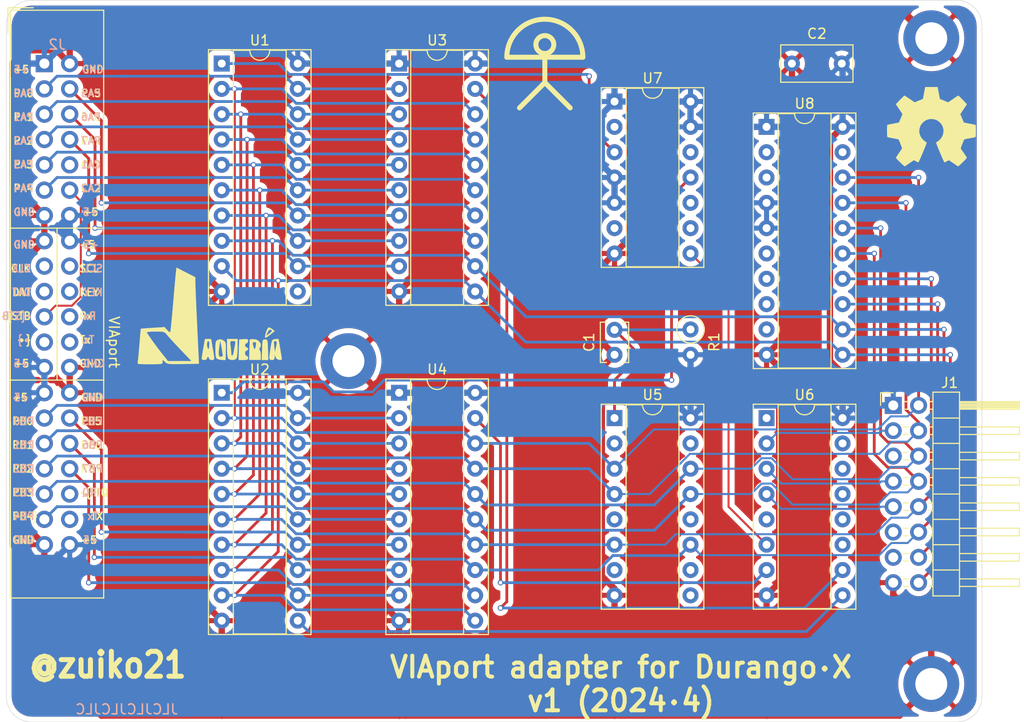
<source format=kicad_pcb>
(kicad_pcb (version 20171130) (host pcbnew "(5.1.2-1)-1")
  (layers (0 F.Cu signal) (31 B.Cu signal) (34 B.Paste user) (35 F.Paste user) (36 B.SilkS user) (37 F.SilkS user) (38 B.Mask user) (39 F.Mask user) (44 Edge.Cuts user))
  (net 0 "")
  (net 1 GND)
  (net 2 +5V)
  (net 3 /CB1)
  (net 4 /CA2)
  (net 5 PB4)
  (net 6 PB3)
  (net 7 PB7)
  (net 8 PB2)
  (net 9 PB6)
  (net 10 PB1)
  (net 11 PB5)
  (net 12 PB0)
  (net 13 PA4)
  (net 14 PA3)
  (net 15 PA7)
  (net 16 PA2)
  (net 17 PA6)
  (net 18 PA1)
  (net 19 PA5)
  (net 20 PA0)
  (net 21 /CB2)
  (net 22 /~RST)
  (net 23 /PD7)
  (net 24 /PD6)
  (net 25 /~IOX)
  (net 26 /PD5)
  (net 27 /R~W)
  (net 28 /PD4)
  (net 29 /BA3)
  (net 30 /PD3)
  (net 31 /BA2)
  (net 32 /PD2)
  (net 33 /BA1)
  (net 34 /PD1)
  (net 35 /BA0)
  (net 36 /PD0)
  (net 37 /CA1)
  (net 38 /~WRA)
  (net 39 /~DDRA)
  (net 40 /~WRB)
  (net 41 /~DDRB)
  (net 42 /~RDA)
  (net 43 /~RDB)
  (net 44 /DDRB)
  (net 45 /DDRA)
  (net 46 /~SET)
  (net 47 /XOR)
  (net 48 /~STAT)
  (module Package_DIP:DIP-20_W7.62mm_Socket (layer F.Cu) (at 95.25 36.83)
    (fp_text reference U8 (at 3.81 -2.33) (layer F.SilkS))
    (fp_text value 74HC245)
    (pad 20 thru_hole oval (at 7.62 0) (size 1.6 1.6) (drill 0.8) (layers *.Cu *.Mask) (net 2 +5V))
    (pad 10 thru_hole oval (at 0 22.86) (size 1.6 1.6) (drill 0.8) (layers *.Cu *.Mask) (net 1 GND))
    (pad 19 thru_hole oval (at 7.62 2.54) (size 1.6 1.6) (drill 0.8) (layers *.Cu *.Mask) (net 48 /~STAT))
    (pad 9 thru_hole oval (at 0 20.32) (size 1.6 1.6) (drill 0.8) (layers *.Cu *.Mask) (net 3 /CB1))
    (pad 18 thru_hole oval (at 7.62 5.08) (size 1.6 1.6) (drill 0.8) (layers *.Cu *.Mask) (net 36 /PD0))
    (pad 8 thru_hole oval (at 0 17.78) (size 1.6 1.6) (drill 0.8) (layers *.Cu *.Mask) (net 37 /CA1))
    (pad 17 thru_hole oval (at 7.62 7.62) (size 1.6 1.6) (drill 0.8) (layers *.Cu *.Mask) (net 34 /PD1))
    (pad 7 thru_hole oval (at 0 15.24) (size 1.6 1.6) (drill 0.8) (layers *.Cu *.Mask) (net 44 /DDRB))
    (pad 16 thru_hole oval (at 7.62 10.16) (size 1.6 1.6) (drill 0.8) (layers *.Cu *.Mask) (net 32 /PD2))
    (pad 6 thru_hole oval (at 0 12.7) (size 1.6 1.6) (drill 0.8) (layers *.Cu *.Mask) (net 45 /DDRA))
    (pad 15 thru_hole oval (at 7.62 12.7) (size 1.6 1.6) (drill 0.8) (layers *.Cu *.Mask) (net 30 /PD3))
    (pad 5 thru_hole oval (at 0 10.16) (size 1.6 1.6) (drill 0.8) (layers *.Cu *.Mask) (net 2 +5V))
    (pad 14 thru_hole oval (at 7.62 15.24) (size 1.6 1.6) (drill 0.8) (layers *.Cu *.Mask) (net 28 /PD4))
    (pad 4 thru_hole oval (at 0 7.62) (size 1.6 1.6) (drill 0.8) (layers *.Cu *.Mask) (net 2 +5V))
    (pad 13 thru_hole oval (at 7.62 17.78) (size 1.6 1.6) (drill 0.8) (layers *.Cu *.Mask) (net 26 /PD5))
    (pad 3 thru_hole oval (at 0 5.08) (size 1.6 1.6) (drill 0.8) (layers *.Cu *.Mask) (net 21 /CB2))
    (pad 12 thru_hole oval (at 7.62 20.32) (size 1.6 1.6) (drill 0.8) (layers *.Cu *.Mask) (net 24 /PD6))
    (pad 2 thru_hole oval (at 0 2.54) (size 1.6 1.6) (drill 0.8) (layers *.Cu *.Mask) (net 4 /CA2))
    (pad 11 thru_hole oval (at 7.62 22.86) (size 1.6 1.6) (drill 0.8) (layers *.Cu *.Mask) (net 23 /PD7))
    (pad 1 thru_hole rect (at 0 0) (size 1.6 1.6) (drill 0.8) (layers *.Cu *.Mask) (net 2 +5V))
  )
  (module Package_DIP:DIP-14_W7.62mm_Socket (layer F.Cu) (at 80.01 34.29)
    (fp_text reference U7 (at 3.81 -2.33) (layer F.SilkS))
    (fp_text value 74HC86)
    (pad 14 thru_hole oval (at 7.62 0) (size 1.6 1.6) (drill 0.8) (layers *.Cu *.Mask) (net 2 +5V))
    (pad 7 thru_hole oval (at 0 15.24) (size 1.6 1.6) (drill 0.8) (layers *.Cu *.Mask) (net 1 GND))
    (pad 13 thru_hole oval (at 7.62 2.54) (size 1.6 1.6) (drill 0.8) (layers *.Cu *.Mask) (net 2 +5V))
    (pad 6 thru_hole oval (at 0 12.7) (size 1.6 1.6) (drill 0.8) (layers *.Cu *.Mask))
    (pad 12 thru_hole oval (at 7.62 5.08) (size 1.6 1.6) (drill 0.8) (layers *.Cu *.Mask) (net 44 /DDRB))
    (pad 5 thru_hole oval (at 0 10.16) (size 1.6 1.6) (drill 0.8) (layers *.Cu *.Mask) (net 2 +5V))
    (pad 11 thru_hole oval (at 7.62 7.62) (size 1.6 1.6) (drill 0.8) (layers *.Cu *.Mask) (net 41 /~DDRB))
    (pad 4 thru_hole oval (at 0 7.62) (size 1.6 1.6) (drill 0.8) (layers *.Cu *.Mask) (net 2 +5V))
    (pad 10 thru_hole oval (at 7.62 10.16) (size 1.6 1.6) (drill 0.8) (layers *.Cu *.Mask) (net 31 /BA2))
    (pad 3 thru_hole oval (at 0 5.08) (size 1.6 1.6) (drill 0.8) (layers *.Cu *.Mask) (net 39 /~DDRA))
    (pad 9 thru_hole oval (at 7.62 12.7) (size 1.6 1.6) (drill 0.8) (layers *.Cu *.Mask) (net 33 /BA1))
    (pad 2 thru_hole oval (at 0 2.54) (size 1.6 1.6) (drill 0.8) (layers *.Cu *.Mask) (net 45 /DDRA))
    (pad 8 thru_hole oval (at 7.62 15.24) (size 1.6 1.6) (drill 0.8) (layers *.Cu *.Mask) (net 47 /XOR))
    (pad 1 thru_hole rect (at 0 0) (size 1.6 1.6) (drill 0.8) (layers *.Cu *.Mask) (net 2 +5V))
  )
  (module Package_DIP:DIP-16_W7.62mm_Socket (layer F.Cu) (at 95.25 66.04)
    (fp_text reference U6 (at 3.81 -2.33) (layer F.SilkS))
    (fp_text value 74HC138)
    (pad 16 thru_hole oval (at 7.62 0) (size 1.6 1.6) (drill 0.8) (layers *.Cu *.Mask) (net 2 +5V))
    (pad 8 thru_hole oval (at 0 17.78) (size 1.6 1.6) (drill 0.8) (layers *.Cu *.Mask) (net 1 GND))
    (pad 15 thru_hole oval (at 7.62 2.54) (size 1.6 1.6) (drill 0.8) (layers *.Cu *.Mask))
    (pad 7 thru_hole oval (at 0 15.24) (size 1.6 1.6) (drill 0.8) (layers *.Cu *.Mask) (net 43 /~RDB))
    (pad 14 thru_hole oval (at 7.62 5.08) (size 1.6 1.6) (drill 0.8) (layers *.Cu *.Mask))
    (pad 6 thru_hole oval (at 0 12.7) (size 1.6 1.6) (drill 0.8) (layers *.Cu *.Mask) (net 47 /XOR))
    (pad 13 thru_hole oval (at 7.62 7.62) (size 1.6 1.6) (drill 0.8) (layers *.Cu *.Mask) (net 46 /~SET))
    (pad 5 thru_hole oval (at 0 10.16) (size 1.6 1.6) (drill 0.8) (layers *.Cu *.Mask) (net 25 /~IOX))
    (pad 12 thru_hole oval (at 7.62 10.16) (size 1.6 1.6) (drill 0.8) (layers *.Cu *.Mask) (net 48 /~STAT))
    (pad 4 thru_hole oval (at 0 7.62) (size 1.6 1.6) (drill 0.8) (layers *.Cu *.Mask) (net 29 /BA3))
    (pad 11 thru_hole oval (at 7.62 12.7) (size 1.6 1.6) (drill 0.8) (layers *.Cu *.Mask) (net 38 /~WRA))
    (pad 3 thru_hole oval (at 0 5.08) (size 1.6 1.6) (drill 0.8) (layers *.Cu *.Mask) (net 31 /BA2))
    (pad 10 thru_hole oval (at 7.62 15.24) (size 1.6 1.6) (drill 0.8) (layers *.Cu *.Mask) (net 42 /~RDA))
    (pad 2 thru_hole oval (at 0 2.54) (size 1.6 1.6) (drill 0.8) (layers *.Cu *.Mask) (net 35 /BA0))
    (pad 9 thru_hole oval (at 7.62 17.78) (size 1.6 1.6) (drill 0.8) (layers *.Cu *.Mask) (net 40 /~WRB))
    (pad 1 thru_hole rect (at 0 0) (size 1.6 1.6) (drill 0.8) (layers *.Cu *.Mask) (net 27 /R~W))
  )
  (module Package_DIP:DIP-16_W7.62mm_Socket (layer F.Cu) (at 80.01 66.04)
    (fp_text reference U5 (at 3.81 -2.33) (layer F.SilkS))
    (fp_text value 74HC174)
    (pad 16 thru_hole oval (at 7.62 0) (size 1.6 1.6) (drill 0.8) (layers *.Cu *.Mask) (net 2 +5V))
    (pad 8 thru_hole oval (at 0 17.78) (size 1.6 1.6) (drill 0.8) (layers *.Cu *.Mask) (net 1 GND))
    (pad 15 thru_hole oval (at 7.62 2.54) (size 1.6 1.6) (drill 0.8) (layers *.Cu *.Mask))
    (pad 7 thru_hole oval (at 0 15.24) (size 1.6 1.6) (drill 0.8) (layers *.Cu *.Mask) (net 45 /DDRA))
    (pad 14 thru_hole oval (at 7.62 5.08) (size 1.6 1.6) (drill 0.8) (layers *.Cu *.Mask) (net 32 /PD2))
    (pad 6 thru_hole oval (at 0 12.7) (size 1.6 1.6) (drill 0.8) (layers *.Cu *.Mask) (net 28 /PD4))
    (pad 13 thru_hole oval (at 7.62 7.62) (size 1.6 1.6) (drill 0.8) (layers *.Cu *.Mask) (net 30 /PD3))
    (pad 5 thru_hole oval (at 0 10.16) (size 1.6 1.6) (drill 0.8) (layers *.Cu *.Mask) (net 21 /CB2))
    (pad 12 thru_hole oval (at 7.62 10.16) (size 1.6 1.6) (drill 0.8) (layers *.Cu *.Mask))
    (pad 4 thru_hole oval (at 0 7.62) (size 1.6 1.6) (drill 0.8) (layers *.Cu *.Mask) (net 34 /PD1))
    (pad 11 thru_hole oval (at 7.62 12.7) (size 1.6 1.6) (drill 0.8) (layers *.Cu *.Mask) (net 26 /PD5))
    (pad 3 thru_hole oval (at 0 5.08) (size 1.6 1.6) (drill 0.8) (layers *.Cu *.Mask) (net 36 /PD0))
    (pad 10 thru_hole oval (at 7.62 15.24) (size 1.6 1.6) (drill 0.8) (layers *.Cu *.Mask) (net 44 /DDRB))
    (pad 2 thru_hole oval (at 0 2.54) (size 1.6 1.6) (drill 0.8) (layers *.Cu *.Mask) (net 4 /CA2))
    (pad 9 thru_hole oval (at 7.62 17.78) (size 1.6 1.6) (drill 0.8) (layers *.Cu *.Mask) (net 46 /~SET))
    (pad 1 thru_hole rect (at 0 0) (size 1.6 1.6) (drill 0.8) (layers *.Cu *.Mask) (net 22 /~RST))
  )
  (module Package_DIP:DIP-20_W7.62mm_Socket (layer F.Cu) (at 58.42 63.5)
    (fp_text reference U4 (at 3.81 -2.33) (layer F.SilkS))
    (fp_text value 74HC245)
    (pad 20 thru_hole oval (at 7.62 0) (size 1.6 1.6) (drill 0.8) (layers *.Cu *.Mask) (net 2 +5V))
    (pad 10 thru_hole oval (at 0 22.86) (size 1.6 1.6) (drill 0.8) (layers *.Cu *.Mask) (net 1 GND))
    (pad 19 thru_hole oval (at 7.62 2.54) (size 1.6 1.6) (drill 0.8) (layers *.Cu *.Mask) (net 43 /~RDB))
    (pad 9 thru_hole oval (at 0 20.32) (size 1.6 1.6) (drill 0.8) (layers *.Cu *.Mask) (net 7 PB7))
    (pad 18 thru_hole oval (at 7.62 5.08) (size 1.6 1.6) (drill 0.8) (layers *.Cu *.Mask) (net 36 /PD0))
    (pad 8 thru_hole oval (at 0 17.78) (size 1.6 1.6) (drill 0.8) (layers *.Cu *.Mask) (net 9 PB6))
    (pad 17 thru_hole oval (at 7.62 7.62) (size 1.6 1.6) (drill 0.8) (layers *.Cu *.Mask) (net 34 /PD1))
    (pad 7 thru_hole oval (at 0 15.24) (size 1.6 1.6) (drill 0.8) (layers *.Cu *.Mask) (net 11 PB5))
    (pad 16 thru_hole oval (at 7.62 10.16) (size 1.6 1.6) (drill 0.8) (layers *.Cu *.Mask) (net 32 /PD2))
    (pad 6 thru_hole oval (at 0 12.7) (size 1.6 1.6) (drill 0.8) (layers *.Cu *.Mask) (net 5 PB4))
    (pad 15 thru_hole oval (at 7.62 12.7) (size 1.6 1.6) (drill 0.8) (layers *.Cu *.Mask) (net 30 /PD3))
    (pad 5 thru_hole oval (at 0 10.16) (size 1.6 1.6) (drill 0.8) (layers *.Cu *.Mask) (net 6 PB3))
    (pad 14 thru_hole oval (at 7.62 15.24) (size 1.6 1.6) (drill 0.8) (layers *.Cu *.Mask) (net 28 /PD4))
    (pad 4 thru_hole oval (at 0 7.62) (size 1.6 1.6) (drill 0.8) (layers *.Cu *.Mask) (net 8 PB2))
    (pad 13 thru_hole oval (at 7.62 17.78) (size 1.6 1.6) (drill 0.8) (layers *.Cu *.Mask) (net 26 /PD5))
    (pad 3 thru_hole oval (at 0 5.08) (size 1.6 1.6) (drill 0.8) (layers *.Cu *.Mask) (net 10 PB1))
    (pad 12 thru_hole oval (at 7.62 20.32) (size 1.6 1.6) (drill 0.8) (layers *.Cu *.Mask) (net 24 /PD6))
    (pad 2 thru_hole oval (at 0 2.54) (size 1.6 1.6) (drill 0.8) (layers *.Cu *.Mask) (net 12 PB0))
    (pad 11 thru_hole oval (at 7.62 22.86) (size 1.6 1.6) (drill 0.8) (layers *.Cu *.Mask) (net 23 /PD7))
    (pad 1 thru_hole rect (at 0 0) (size 1.6 1.6) (drill 0.8) (layers *.Cu *.Mask) (net 2 +5V))
  )
  (module Package_DIP:DIP-20_W7.62mm_Socket (layer F.Cu) (at 58.42 30.48)
    (fp_text reference U3 (at 3.81 -2.33) (layer F.SilkS))
    (fp_text value 74HC245)
    (pad 20 thru_hole oval (at 7.62 0) (size 1.6 1.6) (drill 0.8) (layers *.Cu *.Mask) (net 2 +5V))
    (pad 10 thru_hole oval (at 0 22.86) (size 1.6 1.6) (drill 0.8) (layers *.Cu *.Mask) (net 1 GND))
    (pad 19 thru_hole oval (at 7.62 2.54) (size 1.6 1.6) (drill 0.8) (layers *.Cu *.Mask) (net 42 /~RDA))
    (pad 9 thru_hole oval (at 0 20.32) (size 1.6 1.6) (drill 0.8) (layers *.Cu *.Mask) (net 15 PA7))
    (pad 18 thru_hole oval (at 7.62 5.08) (size 1.6 1.6) (drill 0.8) (layers *.Cu *.Mask) (net 36 /PD0))
    (pad 8 thru_hole oval (at 0 17.78) (size 1.6 1.6) (drill 0.8) (layers *.Cu *.Mask) (net 17 PA6))
    (pad 17 thru_hole oval (at 7.62 7.62) (size 1.6 1.6) (drill 0.8) (layers *.Cu *.Mask) (net 34 /PD1))
    (pad 7 thru_hole oval (at 0 15.24) (size 1.6 1.6) (drill 0.8) (layers *.Cu *.Mask) (net 19 PA5))
    (pad 16 thru_hole oval (at 7.62 10.16) (size 1.6 1.6) (drill 0.8) (layers *.Cu *.Mask) (net 32 /PD2))
    (pad 6 thru_hole oval (at 0 12.7) (size 1.6 1.6) (drill 0.8) (layers *.Cu *.Mask) (net 13 PA4))
    (pad 15 thru_hole oval (at 7.62 12.7) (size 1.6 1.6) (drill 0.8) (layers *.Cu *.Mask) (net 30 /PD3))
    (pad 5 thru_hole oval (at 0 10.16) (size 1.6 1.6) (drill 0.8) (layers *.Cu *.Mask) (net 14 PA3))
    (pad 14 thru_hole oval (at 7.62 15.24) (size 1.6 1.6) (drill 0.8) (layers *.Cu *.Mask) (net 28 /PD4))
    (pad 4 thru_hole oval (at 0 7.62) (size 1.6 1.6) (drill 0.8) (layers *.Cu *.Mask) (net 16 PA2))
    (pad 13 thru_hole oval (at 7.62 17.78) (size 1.6 1.6) (drill 0.8) (layers *.Cu *.Mask) (net 26 /PD5))
    (pad 3 thru_hole oval (at 0 5.08) (size 1.6 1.6) (drill 0.8) (layers *.Cu *.Mask) (net 18 PA1))
    (pad 12 thru_hole oval (at 7.62 20.32) (size 1.6 1.6) (drill 0.8) (layers *.Cu *.Mask) (net 24 /PD6))
    (pad 2 thru_hole oval (at 0 2.54) (size 1.6 1.6) (drill 0.8) (layers *.Cu *.Mask) (net 20 PA0))
    (pad 11 thru_hole oval (at 7.62 22.86) (size 1.6 1.6) (drill 0.8) (layers *.Cu *.Mask) (net 23 /PD7))
    (pad 1 thru_hole rect (at 0 0) (size 1.6 1.6) (drill 0.8) (layers *.Cu *.Mask) (net 2 +5V))
  )
  (module Package_DIP:DIP-20_W7.62mm_Socket (layer F.Cu) (at 40.64 63.5)
    (fp_text reference U2 (at 3.81 -2.33) (layer F.SilkS))
    (fp_text value 74HC574)
    (pad 20 thru_hole oval (at 7.62 0) (size 1.6 1.6) (drill 0.8) (layers *.Cu *.Mask) (net 2 +5V))
    (pad 10 thru_hole oval (at 0 22.86) (size 1.6 1.6) (drill 0.8) (layers *.Cu *.Mask) (net 1 GND))
    (pad 19 thru_hole oval (at 7.62 2.54) (size 1.6 1.6) (drill 0.8) (layers *.Cu *.Mask) (net 12 PB0))
    (pad 9 thru_hole oval (at 0 20.32) (size 1.6 1.6) (drill 0.8) (layers *.Cu *.Mask) (net 23 /PD7))
    (pad 18 thru_hole oval (at 7.62 5.08) (size 1.6 1.6) (drill 0.8) (layers *.Cu *.Mask) (net 10 PB1))
    (pad 8 thru_hole oval (at 0 17.78) (size 1.6 1.6) (drill 0.8) (layers *.Cu *.Mask) (net 24 /PD6))
    (pad 17 thru_hole oval (at 7.62 7.62) (size 1.6 1.6) (drill 0.8) (layers *.Cu *.Mask) (net 8 PB2))
    (pad 7 thru_hole oval (at 0 15.24) (size 1.6 1.6) (drill 0.8) (layers *.Cu *.Mask) (net 26 /PD5))
    (pad 16 thru_hole oval (at 7.62 10.16) (size 1.6 1.6) (drill 0.8) (layers *.Cu *.Mask) (net 6 PB3))
    (pad 6 thru_hole oval (at 0 12.7) (size 1.6 1.6) (drill 0.8) (layers *.Cu *.Mask) (net 28 /PD4))
    (pad 15 thru_hole oval (at 7.62 12.7) (size 1.6 1.6) (drill 0.8) (layers *.Cu *.Mask) (net 5 PB4))
    (pad 5 thru_hole oval (at 0 10.16) (size 1.6 1.6) (drill 0.8) (layers *.Cu *.Mask) (net 30 /PD3))
    (pad 14 thru_hole oval (at 7.62 15.24) (size 1.6 1.6) (drill 0.8) (layers *.Cu *.Mask) (net 11 PB5))
    (pad 4 thru_hole oval (at 0 7.62) (size 1.6 1.6) (drill 0.8) (layers *.Cu *.Mask) (net 32 /PD2))
    (pad 13 thru_hole oval (at 7.62 17.78) (size 1.6 1.6) (drill 0.8) (layers *.Cu *.Mask) (net 9 PB6))
    (pad 3 thru_hole oval (at 0 5.08) (size 1.6 1.6) (drill 0.8) (layers *.Cu *.Mask) (net 34 /PD1))
    (pad 12 thru_hole oval (at 7.62 20.32) (size 1.6 1.6) (drill 0.8) (layers *.Cu *.Mask) (net 7 PB7))
    (pad 2 thru_hole oval (at 0 2.54) (size 1.6 1.6) (drill 0.8) (layers *.Cu *.Mask) (net 36 /PD0))
    (pad 11 thru_hole oval (at 7.62 22.86) (size 1.6 1.6) (drill 0.8) (layers *.Cu *.Mask) (net 40 /~WRB))
    (pad 1 thru_hole rect (at 0 0) (size 1.6 1.6) (drill 0.8) (layers *.Cu *.Mask) (net 41 /~DDRB))
  )
  (module Package_DIP:DIP-20_W7.62mm_Socket (layer F.Cu) (at 40.64 30.48)
    (fp_text reference U1 (at 3.81 -2.33) (layer F.SilkS))
    (fp_text value 74HC574)
    (pad 20 thru_hole oval (at 7.62 0) (size 1.6 1.6) (drill 0.8) (layers *.Cu *.Mask) (net 2 +5V))
    (pad 10 thru_hole oval (at 0 22.86) (size 1.6 1.6) (drill 0.8) (layers *.Cu *.Mask) (net 1 GND))
    (pad 19 thru_hole oval (at 7.62 2.54) (size 1.6 1.6) (drill 0.8) (layers *.Cu *.Mask) (net 20 PA0))
    (pad 9 thru_hole oval (at 0 20.32) (size 1.6 1.6) (drill 0.8) (layers *.Cu *.Mask) (net 23 /PD7))
    (pad 18 thru_hole oval (at 7.62 5.08) (size 1.6 1.6) (drill 0.8) (layers *.Cu *.Mask) (net 18 PA1))
    (pad 8 thru_hole oval (at 0 17.78) (size 1.6 1.6) (drill 0.8) (layers *.Cu *.Mask) (net 24 /PD6))
    (pad 17 thru_hole oval (at 7.62 7.62) (size 1.6 1.6) (drill 0.8) (layers *.Cu *.Mask) (net 16 PA2))
    (pad 7 thru_hole oval (at 0 15.24) (size 1.6 1.6) (drill 0.8) (layers *.Cu *.Mask) (net 26 /PD5))
    (pad 16 thru_hole oval (at 7.62 10.16) (size 1.6 1.6) (drill 0.8) (layers *.Cu *.Mask) (net 14 PA3))
    (pad 6 thru_hole oval (at 0 12.7) (size 1.6 1.6) (drill 0.8) (layers *.Cu *.Mask) (net 28 /PD4))
    (pad 15 thru_hole oval (at 7.62 12.7) (size 1.6 1.6) (drill 0.8) (layers *.Cu *.Mask) (net 13 PA4))
    (pad 5 thru_hole oval (at 0 10.16) (size 1.6 1.6) (drill 0.8) (layers *.Cu *.Mask) (net 30 /PD3))
    (pad 14 thru_hole oval (at 7.62 15.24) (size 1.6 1.6) (drill 0.8) (layers *.Cu *.Mask) (net 19 PA5))
    (pad 4 thru_hole oval (at 0 7.62) (size 1.6 1.6) (drill 0.8) (layers *.Cu *.Mask) (net 32 /PD2))
    (pad 13 thru_hole oval (at 7.62 17.78) (size 1.6 1.6) (drill 0.8) (layers *.Cu *.Mask) (net 17 PA6))
    (pad 3 thru_hole oval (at 0 5.08) (size 1.6 1.6) (drill 0.8) (layers *.Cu *.Mask) (net 34 /PD1))
    (pad 12 thru_hole oval (at 7.62 20.32) (size 1.6 1.6) (drill 0.8) (layers *.Cu *.Mask) (net 15 PA7))
    (pad 2 thru_hole oval (at 0 2.54) (size 1.6 1.6) (drill 0.8) (layers *.Cu *.Mask) (net 36 /PD0))
    (pad 11 thru_hole oval (at 7.62 22.86) (size 1.6 1.6) (drill 0.8) (layers *.Cu *.Mask) (net 38 /~WRA))
    (pad 1 thru_hole rect (at 0 0) (size 1.6 1.6) (drill 0.8) (layers *.Cu *.Mask) (net 39 /~DDRA))
  )
  (module Resistor_THT:R_Axial_DIN0207_L6.3mm_D2.5mm_P2.54mm_Vertical (layer F.Cu) (at 87.63 57.15 270)
    (fp_text reference R1 (at 1.27 -2.37 90) (layer F.SilkS))
    (fp_text value 6K8)
    (pad 2 thru_hole oval (at 2.54 0 270) (size 1.6 1.6) (drill 0.8) (layers *.Cu *.Mask) (net 2 +5V))
    (pad 1 thru_hole circle (at 0 0 270) (size 1.6 1.6) (drill 0.8) (layers *.Cu *.Mask) (net 22 /~RST))
  )
  (module Connector_PinHeader_2.54mm:PinHeader_2x08_P2.54mm_Horizontal (layer F.Cu) (at 107.95 64.77)
    (fp_text reference J1 (at 5.655 -2.27) (layer F.SilkS))
    (fp_text value IOx)
    (pad 16 thru_hole oval (at 2.54 17.78) (size 1.7 1.7) (drill 1) (layers *.Cu *.Mask) (net 23 /PD7))
    (pad 15 thru_hole oval (at 0 17.78) (size 1.7 1.7) (drill 1) (layers *.Cu *.Mask) (net 1 GND))
    (pad 14 thru_hole oval (at 2.54 15.24) (size 1.7 1.7) (drill 1) (layers *.Cu *.Mask) (net 24 /PD6))
    (pad 13 thru_hole oval (at 0 15.24) (size 1.7 1.7) (drill 1) (layers *.Cu *.Mask) (net 25 /~IOX))
    (pad 12 thru_hole oval (at 2.54 12.7) (size 1.7 1.7) (drill 1) (layers *.Cu *.Mask) (net 26 /PD5))
    (pad 11 thru_hole oval (at 0 12.7) (size 1.7 1.7) (drill 1) (layers *.Cu *.Mask) (net 27 /R~W))
    (pad 10 thru_hole oval (at 2.54 10.16) (size 1.7 1.7) (drill 1) (layers *.Cu *.Mask) (net 28 /PD4))
    (pad 9 thru_hole oval (at 0 10.16) (size 1.7 1.7) (drill 1) (layers *.Cu *.Mask) (net 29 /BA3))
    (pad 8 thru_hole oval (at 2.54 7.62) (size 1.7 1.7) (drill 1) (layers *.Cu *.Mask) (net 30 /PD3))
    (pad 7 thru_hole oval (at 0 7.62) (size 1.7 1.7) (drill 1) (layers *.Cu *.Mask) (net 31 /BA2))
    (pad 6 thru_hole oval (at 2.54 5.08) (size 1.7 1.7) (drill 1) (layers *.Cu *.Mask) (net 32 /PD2))
    (pad 5 thru_hole oval (at 0 5.08) (size 1.7 1.7) (drill 1) (layers *.Cu *.Mask) (net 33 /BA1))
    (pad 4 thru_hole oval (at 2.54 2.54) (size 1.7 1.7) (drill 1) (layers *.Cu *.Mask) (net 34 /PD1))
    (pad 3 thru_hole oval (at 0 2.54) (size 1.7 1.7) (drill 1) (layers *.Cu *.Mask) (net 35 /BA0))
    (pad 2 thru_hole oval (at 2.54 0) (size 1.7 1.7) (drill 1) (layers *.Cu *.Mask) (net 36 /PD0))
    (pad 1 thru_hole rect (at 0 0) (size 1.7 1.7) (drill 1) (layers *.Cu *.Mask) (net 2 +5V))
  )
  (module Capacitor_THT:C_Rect_L7.0mm_W3.5mm_P5.00mm (layer F.Cu) (at 97.79 30.48)
    (fp_text reference C2 (at 2.5 -3) (layer F.SilkS))
    (fp_text value 22n)
    (pad 2 thru_hole circle (at 5 0) (size 1.6 1.6) (drill 0.8) (layers *.Cu *.Mask) (net 2 +5V))
    (pad 1 thru_hole circle (at 0 0) (size 1.6 1.6) (drill 0.8) (layers *.Cu *.Mask) (net 1 GND))
  )
  (module Capacitor_THT:C_Disc_D3.8mm_W2.6mm_P2.50mm (layer F.Cu) (at 80.01 59.69 90)
    (fp_text reference C1 (at 1.25 -2.55 90) (layer F.SilkS))
    (fp_text value 68p)
    (pad 2 thru_hole circle (at 2.5 0 90) (size 1.6 1.6) (drill 0.8) (layers *.Cu *.Mask) (net 22 /~RST))
    (pad 1 thru_hole circle (at 0 0 90) (size 1.6 1.6) (drill 0.8) (layers *.Cu *.Mask) (net 1 GND))
  )
  (module MountingHole:MountingHole_3.2mm_M3_DIN965_Pad (layer F.Cu) (at 53.34 60.325)
    (fp_text reference H3 hide)
    (fp_text value MountingHole_Pad hide)
    (pad 1 thru_hole circle (at 0 0) (size 5.6 5.6) (drill 3.2) (layers *.Cu *.Mask) (net 1 GND))
  )
  (module MountingHole:MountingHole_3.2mm_M3_DIN965_Pad (layer F.Cu) (at 111.76 92.71)
    (fp_text reference H2 hide)
    (fp_text value MountingHole_Pad hide)
    (pad 1 thru_hole circle (at 0 0) (size 5.6 5.6) (drill 3.2) (layers *.Cu *.Mask) (net 1 GND))
  )
  (module MountingHole:MountingHole_3.2mm_M3_DIN965_Pad (layer F.Cu) (at 111.76 27.94)
    (fp_text reference H1 hide)
    (fp_text value MountingHole_Pad hide)
    (pad 1 thru_hole circle (at 0 0) (size 5.6 5.6) (drill 3.2) (layers *.Cu *.Mask) (net 1 GND))
  )
  (module durango:jaqueria (layer F.Cu) (at 39.37 55.88)
    (fp_text reference LOGO2 hide)
    (fp_text value Logo_Open_Hardware_Small hide)
  )
  (module Symbol:OSHW-Symbol_8.9x8mm_SilkScreen (layer F.Cu) (at 111.76 36.83)
    (fp_text reference LOGO1 hide)
    (fp_text value Logo_Open_Hardware_Large hide)
  )
  (module Connector_IDC:IDC-Header_2x20_P2.54mm_Vertical (layer F.Cu) (at 22.86 30.48)
    (fp_text reference J2 (at 1.27 -1.905 unlocked) (layer B.SilkS) (effects (justify mirror)))
    (fp_text value VIAport (at 6.985 27.94 270 unlocked) (layer F.SilkS))
    (pad 40 thru_hole oval (at 2.54 48.26) (size 1.7272 1.7272) (drill 1.016) (layers *.Cu *.Mask) (net 2 +5V))
    (pad 39 thru_hole oval (at 0 48.26) (size 1.7272 1.7272) (drill 1.016) (layers *.Cu *.Mask) (net 1 GND))
    (pad 38 thru_hole oval (at 2.54 45.72) (size 1.7272 1.7272) (drill 1.016) (layers *.Cu *.Mask) (net 21 /CB2))
    (pad 37 thru_hole oval (at 0 45.72) (size 1.7272 1.7272) (drill 1.016) (layers *.Cu *.Mask) (net 5 PB4))
    (pad 36 thru_hole oval (at 2.54 43.18) (size 1.7272 1.7272) (drill 1.016) (layers *.Cu *.Mask) (net 3 /CB1))
    (pad 35 thru_hole oval (at 0 43.18) (size 1.7272 1.7272) (drill 1.016) (layers *.Cu *.Mask) (net 6 PB3))
    (pad 34 thru_hole oval (at 2.54 40.64) (size 1.7272 1.7272) (drill 1.016) (layers *.Cu *.Mask) (net 7 PB7))
    (pad 33 thru_hole oval (at 0 40.64) (size 1.7272 1.7272) (drill 1.016) (layers *.Cu *.Mask) (net 8 PB2))
    (pad 32 thru_hole oval (at 2.54 38.1) (size 1.7272 1.7272) (drill 1.016) (layers *.Cu *.Mask) (net 9 PB6))
    (pad 31 thru_hole oval (at 0 38.1) (size 1.7272 1.7272) (drill 1.016) (layers *.Cu *.Mask) (net 10 PB1))
    (pad 30 thru_hole oval (at 2.54 35.56) (size 1.7272 1.7272) (drill 1.016) (layers *.Cu *.Mask) (net 11 PB5))
    (pad 29 thru_hole oval (at 0 35.56) (size 1.7272 1.7272) (drill 1.016) (layers *.Cu *.Mask) (net 12 PB0))
    (pad 28 thru_hole oval (at 2.54 33.02) (size 1.7272 1.7272) (drill 1.016) (layers *.Cu *.Mask) (net 1 GND))
    (pad 27 thru_hole oval (at 0 33.02) (size 1.7272 1.7272) (drill 1.016) (layers *.Cu *.Mask) (net 2 +5V))
    (pad 26 thru_hole oval (at 2.54 30.48) (size 1.7272 1.7272) (drill 1.016) (layers *.Cu *.Mask) (net 1 GND))
    (pad 25 thru_hole oval (at 0 30.48) (size 1.7272 1.7272) (drill 1.016) (layers *.Cu *.Mask) (net 2 +5V))
    (pad 24 thru_hole oval (at 2.54 27.94) (size 1.7272 1.7272) (drill 1.016) (layers *.Cu *.Mask))
    (pad 23 thru_hole oval (at 0 27.94) (size 1.7272 1.7272) (drill 1.016) (layers *.Cu *.Mask))
    (pad 22 thru_hole oval (at 2.54 25.4) (size 1.7272 1.7272) (drill 1.016) (layers *.Cu *.Mask))
    (pad 21 thru_hole oval (at 0 25.4) (size 1.7272 1.7272) (drill 1.016) (layers *.Cu *.Mask) (net 4 /CA2))
    (pad 20 thru_hole oval (at 2.54 22.86) (size 1.7272 1.7272) (drill 1.016) (layers *.Cu *.Mask))
    (pad 19 thru_hole oval (at 0 22.86) (size 1.7272 1.7272) (drill 1.016) (layers *.Cu *.Mask) (net 21 /CB2))
    (pad 18 thru_hole oval (at 2.54 20.32) (size 1.7272 1.7272) (drill 1.016) (layers *.Cu *.Mask))
    (pad 17 thru_hole oval (at 0 20.32) (size 1.7272 1.7272) (drill 1.016) (layers *.Cu *.Mask) (net 3 /CB1))
    (pad 16 thru_hole oval (at 2.54 17.78) (size 1.7272 1.7272) (drill 1.016) (layers *.Cu *.Mask) (net 2 +5V))
    (pad 15 thru_hole oval (at 0 17.78) (size 1.7272 1.7272) (drill 1.016) (layers *.Cu *.Mask) (net 1 GND))
    (pad 14 thru_hole oval (at 2.54 15.24) (size 1.7272 1.7272) (drill 1.016) (layers *.Cu *.Mask) (net 2 +5V))
    (pad 13 thru_hole oval (at 0 15.24) (size 1.7272 1.7272) (drill 1.016) (layers *.Cu *.Mask) (net 1 GND))
    (pad 12 thru_hole oval (at 2.54 12.7) (size 1.7272 1.7272) (drill 1.016) (layers *.Cu *.Mask) (net 4 /CA2))
    (pad 11 thru_hole oval (at 0 12.7) (size 1.7272 1.7272) (drill 1.016) (layers *.Cu *.Mask) (net 13 PA4))
    (pad 10 thru_hole oval (at 2.54 10.16) (size 1.7272 1.7272) (drill 1.016) (layers *.Cu *.Mask) (net 37 /CA1))
    (pad 9 thru_hole oval (at 0 10.16) (size 1.7272 1.7272) (drill 1.016) (layers *.Cu *.Mask) (net 14 PA3))
    (pad 8 thru_hole oval (at 2.54 7.62) (size 1.7272 1.7272) (drill 1.016) (layers *.Cu *.Mask) (net 15 PA7))
    (pad 7 thru_hole oval (at 0 7.62) (size 1.7272 1.7272) (drill 1.016) (layers *.Cu *.Mask) (net 16 PA2))
    (pad 6 thru_hole oval (at 2.54 5.08) (size 1.7272 1.7272) (drill 1.016) (layers *.Cu *.Mask) (net 17 PA6))
    (pad 5 thru_hole oval (at 0 5.08) (size 1.7272 1.7272) (drill 1.016) (layers *.Cu *.Mask) (net 18 PA1))
    (pad 4 thru_hole oval (at 2.54 2.54) (size 1.7272 1.7272) (drill 1.016) (layers *.Cu *.Mask) (net 19 PA5))
    (pad 3 thru_hole oval (at 0 2.54) (size 1.7272 1.7272) (drill 1.016) (layers *.Cu *.Mask) (net 20 PA0))
    (pad 2 thru_hole oval (at 2.54 0) (size 1.7272 1.7272) (drill 1.016) (layers *.Cu *.Mask) (net 1 GND))
    (pad 1 thru_hole rect (at 0 0) (size 1.7272 1.7272) (drill 1.016) (layers *.Cu *.Mask) (net 2 +5V))
  )
  (gr_text "CLK\n\nDAT\n\n~STB\n\n•" (at 21.59 54.61) (layer B.SilkS) (effects (font (size 0.74 0.7)) (justify left mirror)))
  (gr_line (start 19.431 62.23) (end 24.13 62.23) (layer F.SilkS) (width 0.12))
  (gr_line (start 19.431 46.99) (end 24.13 46.99) (layer F.SilkS) (width 0.12))
  (gr_text "CLK\n\nDAT\n\n~STB\n\n•" (at 21.59 54.61) (layer F.SilkS) (effects (font (size 0.74 0.7)) (justify right)))
  (gr_text JLCJLCJLCJLC (at 31.115 95.25) (layer B.SilkS) (effects (font (size 1 1)) (justify mirror)))
  (gr_text "GND          +5\n\nPB5         PB0\n\nPB6         PB1\n\nPB7         PB2\n\nIRQ         PB3\n\nTx          PB4\n\n+5         GND" (at 19.685 71.12) (layer B.SilkS) (effects (font (size 0.74 0.7)) (justify right mirror)))
  (gr_text "GND          +5\n\nPA5         PA0\n\nPA6         PA1\n\nPA7         PA2\n\nCA1         PA3\n\nCA2         PA4\n\n+5         GND" (at 19.685 38.227) (layer B.SilkS) (effects (font (size 0.74 0.7)) (justify right mirror)))
  (gr_text "GND\n\n\n\n\n\n\n\n\n\n+5" (at 19.685 54.61) (layer B.SilkS) (effects (font (size 0.74 0.7)) (justify right mirror)))
  (gr_text "+5\n\nSCL\n\nKEY\n\nRx\n\nTx\n\nGND" (at 26.67 54.61) (layer B.SilkS) (effects (font (size 0.74 0.7)) (justify right mirror)))
  (gr_line (start 24.13 62.23) (end 28.829 62.23) (layer F.SilkS) (width 0.12))
  (gr_line (start 24.13 46.99) (end 28.829 46.99) (layer F.SilkS) (width 0.12))
  (gr_text "GND\n\n\n\n\n\n\n\n\n\n+5" (at 19.685 54.61) (layer F.SilkS) (effects (font (size 0.74 0.7)) (justify left)))
  (gr_line (start 24.13 46.99) (end 24.13 62.23) (layer F.SilkS) (width 0.12))
  (gr_text "+5\n\nSCL\n\nKEY\n\nRx\n\nTx\n\nGND" (at 26.289 54.61) (layer F.SilkS) (effects (font (size 0.74 0.7)) (justify left)))
  (gr_text "+5          GND\n\nPB0         PB5\n\nPB1         PB6\n\nPB2         PB7\n\nPB3         ~IRQ\n\nPB4          TX\n\nGND         +5" (at 19.558 71.12) (layer F.SilkS) (effects (font (size 0.74 0.7)) (justify left)))
  (gr_text "+5          GND\n\nPA0         PA5\n\nPA1         PA6\n\nPA2         PA7\n\nPA3         CA1\n\nPA4         CA2\n\nGND         +5" (at 19.685 38.227) (layer F.SilkS) (effects (font (size 0.74 0.7)) (justify left)))
  (gr_line (start 73.025 32.385) (end 75.565 34.925) (layer F.SilkS) (width 0.5))
  (gr_line (start 73.025 32.385) (end 70.485 34.925) (layer F.SilkS) (width 0.5))
  (gr_line (start 73.025 29.473026) (end 73.025 32.385) (layer F.SilkS) (width 0.5))
  (gr_line (start 69.215 29.845) (end 76.835 29.845) (layer F.SilkS) (width 0.5))
  (gr_circle (center 73.025 28.575) (end 73.923026 28.575) (layer F.SilkS) (width 0.5))
  (gr_arc (start 73.025 29.845) (end 76.835 29.845) (angle -180) (layer F.SilkS) (width 0.5))
  (gr_text @zuiko21 (at 29.21 90.805) (layer F.SilkS) (effects (font (size 2.5 2.2) (thickness 0.5))))
  (gr_text "VIAport adapter for Durango·X\nv1 (2024·4)" (at 80.645 92.71) (layer F.SilkS) (effects (font (size 2.1 2) (thickness 0.4))))
  (gr_arc (start 21.59 26.67) (end 21.59 24.13) (angle -90) (layer Edge.Cuts) (width 0.05))
  (gr_arc (start 114.3 26.67) (end 116.84 26.67) (angle -90) (layer Edge.Cuts) (width 0.05))
  (gr_arc (start 114.3 93.98) (end 114.3 96.52) (angle -90) (layer Edge.Cuts) (width 0.05))
  (gr_arc (start 21.59 93.98) (end 19.05 93.98) (angle -90) (layer Edge.Cuts) (width 0.05))
  (gr_line (start 19.05 93.98) (end 19.05 26.67) (layer Edge.Cuts) (width 0.05))
  (gr_line (start 114.3 96.52) (end 21.59 96.52) (layer Edge.Cuts) (width 0.05))
  (gr_line (start 116.84 26.67) (end 116.84 93.98) (layer Edge.Cuts) (width 0.05))
  (gr_line (start 21.59 24.13) (end 114.3 24.13) (layer Edge.Cuts) (width 0.05))
  (segment (start 22.86 45.72) (end 22.86 48.26) (width 0.635) (layer F.Cu) (net 1))
  (segment (start 22.86 45.72) (end 19.685 42.545) (width 0.635) (layer F.Cu) (net 1))
  (segment (start 19.685 42.545) (end 19.685 30.48) (width 0.635) (layer F.Cu) (net 1))
  (segment (start 21.016101 29.148899) (end 19.685 30.48) (width 0.635) (layer F.Cu) (net 1))
  (segment (start 24.068899 29.148899) (end 21.016101 29.148899) (width 0.635) (layer F.Cu) (net 1))
  (segment (start 25.4 30.48) (end 24.068899 29.148899) (width 0.635) (layer F.Cu) (net 1))
  (segment (start 19.685 75.565) (end 22.86 78.74) (width 0.635) (layer F.Cu) (net 1))
  (segment (start 19.685 51.435) (end 22.86 48.26) (width 0.635) (layer F.Cu) (net 1))
  (segment (start 19.685 61.595) (end 19.685 51.435) (width 0.635) (layer F.Cu) (net 1))
  (segment (start 19.685 62.23) (end 19.685 61.595) (width 0.635) (layer F.Cu) (net 1))
  (segment (start 20.32 62.23) (end 19.685 61.595) (width 0.28) (layer F.Cu) (net 1))
  (segment (start 20.32 62.23) (end 19.685 62.23) (width 0.28) (layer F.Cu) (net 1))
  (segment (start 20.32 62.23) (end 19.685 62.865) (width 0.28) (layer F.Cu) (net 1))
  (segment (start 19.685 62.865) (end 19.685 75.565) (width 0.635) (layer F.Cu) (net 1))
  (segment (start 19.685 62.23) (end 19.685 62.865) (width 0.635) (layer F.Cu) (net 1))
  (segment (start 25.4 26.67) (end 25.4 30.48) (width 0.635) (layer F.Cu) (net 1))
  (segment (start 26.505 25.565) (end 25.4 26.67) (width 0.635) (layer F.Cu) (net 1))
  (segment (start 25.4 60.96) (end 25.4 63.5) (width 0.635) (layer F.Cu) (net 1))
  (segment (start 20.32 62.23) (end 22.225 62.23) (width 0.635) (layer F.Cu) (net 1))
  (segment (start 24.13 62.23) (end 23.495 62.23) (width 0.635) (layer F.Cu) (net 1))
  (segment (start 25.4 63.5) (end 24.13 62.23) (width 0.635) (layer F.Cu) (net 1))
  (segment (start 23.495 62.23) (end 22.225 62.23) (width 0.28) (layer F.Cu) (net 1))
  (segment (start 111.54434 28.020802) (end 111.601601 28.060711) (width 0.635) (layer F.Cu) (net 1))
  (segment (start 109.088538 25.565) (end 111.54434 28.020802) (width 0.635) (layer F.Cu) (net 1))
  (segment (start 90.64 25.565) (end 109.088538 25.565) (width 0.635) (layer F.Cu) (net 1))
  (segment (start 47.46 25.565) (end 48.425 25.565) (width 0.635) (layer F.Cu) (net 1))
  (segment (start 39.840001 85.560001) (end 40.64 86.36) (width 0.635) (layer F.Cu) (net 1))
  (segment (start 38.735 84.455) (end 39.840001 85.560001) (width 0.635) (layer F.Cu) (net 1))
  (segment (start 38.735 55.245) (end 38.735 84.455) (width 0.635) (layer F.Cu) (net 1))
  (segment (start 40.64 53.34) (end 38.735 55.245) (width 0.635) (layer F.Cu) (net 1))
  (segment (start 58.42 55.245) (end 53.34 60.325) (width 0.635) (layer F.Cu) (net 1))
  (segment (start 58.42 53.34) (end 58.42 55.245) (width 0.635) (layer F.Cu) (net 1))
  (segment (start 56.139999 63.124999) (end 56.139999 84.079999) (width 0.635) (layer F.Cu) (net 1))
  (segment (start 56.139999 84.079999) (end 58.42 86.36) (width 0.635) (layer F.Cu) (net 1))
  (segment (start 53.34 60.325) (end 56.139999 63.124999) (width 0.635) (layer F.Cu) (net 1))
  (segment (start 79.210001 60.489999) (end 80.01 59.69) (width 0.635) (layer F.Cu) (net 1))
  (segment (start 78.742499 60.957501) (end 79.210001 60.489999) (width 0.635) (layer F.Cu) (net 1))
  (segment (start 78.742499 81.888401) (end 78.742499 60.957501) (width 0.635) (layer F.Cu) (net 1))
  (segment (start 80.01 83.155902) (end 78.742499 81.888401) (width 0.635) (layer F.Cu) (net 1))
  (segment (start 80.01 83.82) (end 80.01 83.155902) (width 0.635) (layer F.Cu) (net 1))
  (segment (start 79.210001 50.329999) (end 80.01 49.53) (width 0.635) (layer F.Cu) (net 1))
  (segment (start 78.742499 58.422499) (end 78.742499 50.797501) (width 0.635) (layer F.Cu) (net 1))
  (segment (start 78.742499 50.797501) (end 79.210001 50.329999) (width 0.635) (layer F.Cu) (net 1))
  (segment (start 80.01 59.69) (end 78.742499 58.422499) (width 0.635) (layer F.Cu) (net 1))
  (segment (start 97.79 57.15) (end 97.79 30.48) (width 0.635) (layer F.Cu) (net 1))
  (segment (start 95.25 59.69) (end 97.79 57.15) (width 0.635) (layer F.Cu) (net 1))
  (segment (start 96.049999 60.489999) (end 95.25 59.69) (width 0.635) (layer F.Cu) (net 1))
  (segment (start 96.52 60.96) (end 96.049999 60.489999) (width 0.635) (layer F.Cu) (net 1))
  (segment (start 96.52 82.55) (end 96.52 60.96) (width 0.635) (layer F.Cu) (net 1))
  (segment (start 95.25 83.82) (end 96.52 82.55) (width 0.635) (layer F.Cu) (net 1))
  (segment (start 28.575 95.885) (end 22.86 90.17) (width 0.635) (layer F.Cu) (net 1))
  (segment (start 111.574225 92.895775) (end 108.585 95.885) (width 0.635) (layer F.Cu) (net 1))
  (segment (start 111.76 87.562081) (end 111.76 92.283358) (width 0.635) (layer F.Cu) (net 1))
  (segment (start 107.95 83.752081) (end 111.76 87.562081) (width 0.635) (layer F.Cu) (net 1))
  (segment (start 22.86 90.17) (end 22.86 78.74) (width 0.635) (layer F.Cu) (net 1))
  (segment (start 111.76 92.283358) (end 111.574225 92.895775) (width 0.635) (layer F.Cu) (net 1))
  (segment (start 107.95 82.55) (end 107.95 83.752081) (width 0.635) (layer F.Cu) (net 1))
  (segment (start 95.25 83.82) (end 95.25 95.885) (width 0.635) (layer F.Cu) (net 1))
  (segment (start 108.585 95.885) (end 95.25 95.885) (width 0.635) (layer F.Cu) (net 1))
  (segment (start 80.01 83.82) (end 80.01 95.885) (width 0.635) (layer F.Cu) (net 1))
  (segment (start 95.25 95.885) (end 80.01 95.885) (width 0.635) (layer F.Cu) (net 1))
  (segment (start 80.01 95.885) (end 59.055 95.885) (width 0.635) (layer F.Cu) (net 1))
  (segment (start 40.64 87.49137) (end 40.64 95.885) (width 0.635) (layer F.Cu) (net 1))
  (segment (start 40.64 86.36) (end 40.64 87.49137) (width 0.635) (layer F.Cu) (net 1))
  (segment (start 40.64 95.885) (end 28.575 95.885) (width 0.635) (layer F.Cu) (net 1))
  (segment (start 58.42 92.71) (end 58.42 95.885) (width 0.635) (layer F.Cu) (net 1))
  (segment (start 59.055 95.885) (end 58.42 95.885) (width 0.635) (layer F.Cu) (net 1))
  (segment (start 58.42 95.885) (end 40.64 95.885) (width 0.635) (layer F.Cu) (net 1))
  (segment (start 58.42 86.36) (end 58.42 92.71) (width 0.635) (layer F.Cu) (net 1))
  (segment (start 38.735 26.035) (end 38.265 25.565) (width 0.635) (layer F.Cu) (net 1))
  (segment (start 38.735 51.435) (end 38.735 26.035) (width 0.635) (layer F.Cu) (net 1))
  (segment (start 40.64 53.34) (end 38.735 51.435) (width 0.635) (layer F.Cu) (net 1))
  (segment (start 38.265 25.565) (end 47.46 25.565) (width 0.635) (layer F.Cu) (net 1))
  (segment (start 26.505 25.565) (end 38.265 25.565) (width 0.635) (layer F.Cu) (net 1))
  (segment (start 59.687501 52.072499) (end 59.687501 26.032501) (width 0.635) (layer F.Cu) (net 1))
  (segment (start 58.42 53.34) (end 59.687501 52.072499) (width 0.635) (layer F.Cu) (net 1))
  (segment (start 59.687501 26.032501) (end 59.22 25.565) (width 0.635) (layer F.Cu) (net 1))
  (segment (start 48.425 25.565) (end 59.22 25.565) (width 0.635) (layer F.Cu) (net 1))
  (segment (start 81.445 48.095) (end 81.445 25.565) (width 0.635) (layer F.Cu) (net 1))
  (segment (start 80.01 49.53) (end 81.445 48.095) (width 0.635) (layer F.Cu) (net 1))
  (segment (start 81.445 25.565) (end 90.64 25.565) (width 0.635) (layer F.Cu) (net 1))
  (segment (start 59.22 25.565) (end 81.445 25.565) (width 0.635) (layer F.Cu) (net 1))
  (segment (start 19.685 66.675) (end 22.86 63.5) (width 0.635) (layer B.Cu) (net 2))
  (segment (start 19.685 78.74) (end 19.685 66.675) (width 0.635) (layer B.Cu) (net 2))
  (segment (start 22.86 60.96) (end 19.685 57.785) (width 0.635) (layer B.Cu) (net 2))
  (segment (start 21.3614 30.48) (end 22.86 30.48) (width 0.635) (layer B.Cu) (net 2))
  (segment (start 19.685 32.1564) (end 21.3614 30.48) (width 0.635) (layer B.Cu) (net 2))
  (segment (start 20.32 46.99) (end 19.685 46.355) (width 0.28) (layer B.Cu) (net 2))
  (segment (start 19.685 46.355) (end 19.685 32.1564) (width 0.635) (layer B.Cu) (net 2))
  (segment (start 19.685 46.99) (end 19.685 46.355) (width 0.635) (layer B.Cu) (net 2))
  (segment (start 20.32 46.99) (end 19.685 46.99) (width 0.28) (layer B.Cu) (net 2))
  (segment (start 20.32 46.99) (end 19.685 47.625) (width 0.28) (layer B.Cu) (net 2))
  (segment (start 19.685 47.625) (end 19.685 46.99) (width 0.635) (layer B.Cu) (net 2))
  (segment (start 19.685 57.785) (end 19.685 47.625) (width 0.635) (layer B.Cu) (net 2))
  (segment (start 22.86 63.5) (end 22.86 60.96) (width 0.635) (layer B.Cu) (net 2))
  (segment (start 24.536401 79.603599) (end 25.4 78.74) (width 0.635) (layer B.Cu) (net 2))
  (segment (start 24.068899 80.071101) (end 24.536401 79.603599) (width 0.635) (layer B.Cu) (net 2))
  (segment (start 21.016101 80.071101) (end 24.068899 80.071101) (width 0.635) (layer B.Cu) (net 2))
  (segment (start 20.32 79.375) (end 21.016101 80.071101) (width 0.635) (layer B.Cu) (net 2))
  (segment (start 20.32 79.375) (end 19.685 78.74) (width 0.635) (layer B.Cu) (net 2))
  (segment (start 22.225 46.99) (end 20.32 46.99) (width 0.28) (layer B.Cu) (net 2))
  (segment (start 19.685 46.99) (end 22.225 46.99) (width 0.635) (layer B.Cu) (net 2))
  (segment (start 24.13 46.99) (end 22.225 46.99) (width 0.28) (layer B.Cu) (net 2))
  (segment (start 24.13 46.99) (end 23.56003 46.99) (width 0.635) (layer B.Cu) (net 2))
  (segment (start 24.4475 46.6725) (end 24.13 46.99) (width 0.635) (layer B.Cu) (net 2))
  (segment (start 25.4 45.72) (end 24.4475 46.6725) (width 0.635) (layer B.Cu) (net 2))
  (segment (start 25.4 45.72) (end 24.536401 46.583599) (width 0.635) (layer B.Cu) (net 2))
  (segment (start 24.536401 46.761401) (end 24.765 46.99) (width 0.635) (layer B.Cu) (net 2))
  (segment (start 24.536401 46.583599) (end 24.536401 46.761401) (width 0.635) (layer B.Cu) (net 2))
  (segment (start 24.13 46.99) (end 24.765 46.99) (width 0.635) (layer B.Cu) (net 2))
  (segment (start 24.765 46.99) (end 25.4 46.355) (width 0.635) (layer B.Cu) (net 2))
  (segment (start 25.4 46.355) (end 25.4 48.26) (width 0.635) (layer B.Cu) (net 2))
  (segment (start 25.4 45.72) (end 25.4 46.355) (width 0.635) (layer B.Cu) (net 2))
  (segment (start 25.351314 46.99) (end 25.4 47.038686) (width 0.635) (layer B.Cu) (net 2))
  (segment (start 25.4 47.038686) (end 25.4 48.26) (width 0.635) (layer B.Cu) (net 2))
  (segment (start 24.765 46.99) (end 25.351314 46.99) (width 0.635) (layer B.Cu) (net 2))
  (segment (start 24.765 46.99) (end 24.765 47.625) (width 0.635) (layer B.Cu) (net 2))
  (segment (start 24.765 47.625) (end 25.4 48.26) (width 0.635) (layer B.Cu) (net 2))
  (segment (start 24.13 46.99) (end 24.765 47.625) (width 0.635) (layer B.Cu) (net 2))
  (segment (start 104.14 64.77) (end 102.87 66.04) (width 0.635) (layer B.Cu) (net 2))
  (segment (start 107.95 64.77) (end 104.14 64.77) (width 0.635) (layer B.Cu) (net 2))
  (segment (start 101.602499 64.772499) (end 88.897501 64.772499) (width 0.635) (layer B.Cu) (net 2))
  (segment (start 88.429999 65.240001) (end 87.63 66.04) (width 0.635) (layer B.Cu) (net 2))
  (segment (start 88.897501 64.772499) (end 88.429999 65.240001) (width 0.635) (layer B.Cu) (net 2))
  (segment (start 102.87 66.04) (end 101.602499 64.772499) (width 0.635) (layer B.Cu) (net 2))
  (segment (start 87.63 66.04) (end 87.63 59.69) (width 0.635) (layer B.Cu) (net 2))
  (segment (start 87.63 66.04) (end 85.09 63.5) (width 0.635) (layer B.Cu) (net 2))
  (segment (start 85.09 63.5) (end 66.04 63.5) (width 0.635) (layer B.Cu) (net 2))
  (segment (start 66.04 63.5) (end 56.515 63.5) (width 0.635) (layer B.Cu) (net 2))
  (segment (start 56.515 63.5) (end 55.88 64.135) (width 0.635) (layer B.Cu) (net 2))
  (segment (start 55.88 64.135) (end 51.435 64.135) (width 0.635) (layer B.Cu) (net 2))
  (segment (start 50.8 63.5) (end 48.26 63.5) (width 0.635) (layer B.Cu) (net 2))
  (segment (start 51.435 64.135) (end 50.8 63.5) (width 0.635) (layer B.Cu) (net 2))
  (segment (start 80.01 32.855) (end 80.01 34.29) (width 0.635) (layer B.Cu) (net 2))
  (segment (start 77.635 30.48) (end 80.01 32.855) (width 0.635) (layer B.Cu) (net 2))
  (segment (start 48.26 30.48) (end 77.635 30.48) (width 0.635) (layer B.Cu) (net 2))
  (segment (start 81.445 34.29) (end 87.63 34.29) (width 0.635) (layer B.Cu) (net 2))
  (segment (start 80.01 34.29) (end 81.445 34.29) (width 0.635) (layer B.Cu) (net 2))
  (segment (start 87.63 34.29) (end 87.63 36.83) (width 0.635) (layer B.Cu) (net 2))
  (segment (start 87.63 36.83) (end 102.87 36.83) (width 0.635) (layer B.Cu) (net 2))
  (segment (start 102.87 30.56) (end 102.79 30.48) (width 0.635) (layer B.Cu) (net 2))
  (segment (start 102.87 36.83) (end 102.87 30.56) (width 0.635) (layer B.Cu) (net 2))
  (segment (start 101.602499 38.097501) (end 102.87 36.83) (width 0.635) (layer F.Cu) (net 2))
  (segment (start 101.602499 60.298401) (end 101.602499 38.097501) (width 0.635) (layer F.Cu) (net 2))
  (segment (start 102.87 61.565902) (end 101.602499 60.298401) (width 0.635) (layer F.Cu) (net 2))
  (segment (start 102.87 66.04) (end 102.87 61.565902) (width 0.635) (layer F.Cu) (net 2))
  (segment (start 47.460001 29.680001) (end 48.26 30.48) (width 0.635) (layer B.Cu) (net 2))
  (segment (start 45.72 27.94) (end 47.460001 29.680001) (width 0.635) (layer B.Cu) (net 2))
  (segment (start 25.4 27.94) (end 45.72 27.94) (width 0.635) (layer B.Cu) (net 2))
  (segment (start 22.86 30.48) (end 25.4 27.94) (width 0.635) (layer B.Cu) (net 2))
  (segment (start 80.01 44.45) (end 80.01 41.91) (width 0.635) (layer B.Cu) (net 2))
  (segment (start 80.01 41.91) (end 78.74 40.64) (width 0.635) (layer B.Cu) (net 2))
  (segment (start 78.74 35.56) (end 80.01 34.29) (width 0.635) (layer B.Cu) (net 2))
  (segment (start 78.74 40.64) (end 78.74 35.56) (width 0.635) (layer B.Cu) (net 2))
  (segment (start 25.621731 54.766399) (end 23.973601 54.766399) (width 0.2) (layer F.Cu) (net 4))
  (segment (start 26.513601 53.874529) (end 25.621731 54.766399) (width 0.2) (layer F.Cu) (net 4))
  (segment (start 23.723599 55.016401) (end 22.86 55.88) (width 0.2) (layer F.Cu) (net 4))
  (segment (start 23.973601 54.766399) (end 23.723599 55.016401) (width 0.2) (layer F.Cu) (net 4))
  (segment (start 26.513601 44.293601) (end 26.513601 53.874529) (width 0.2) (layer F.Cu) (net 4))
  (segment (start 25.4 43.18) (end 26.513601 44.293601) (width 0.2) (layer F.Cu) (net 4))
  (segment (start 48.26 76.2) (end 58.42 76.2) (width 0.28) (layer B.Cu) (net 5))
  (segment (start 24.13 74.93) (end 23.723599 75.336401) (width 0.28) (layer B.Cu) (net 5))
  (segment (start 46.99 74.93) (end 24.13 74.93) (width 0.28) (layer B.Cu) (net 5))
  (segment (start 48.26 76.2) (end 46.99 74.93) (width 0.28) (layer B.Cu) (net 5))
  (segment (start 23.723599 75.336401) (end 22.86 76.2) (width 0.28) (layer B.Cu) (net 5))
  (segment (start 48.26 73.66) (end 58.42 73.66) (width 0.28) (layer B.Cu) (net 6))
  (segment (start 48.26 73.66) (end 46.99 72.39) (width 0.28) (layer B.Cu) (net 6))
  (segment (start 24.13 72.39) (end 22.86 73.66) (width 0.28) (layer B.Cu) (net 6))
  (segment (start 46.99 72.39) (end 24.13 72.39) (width 0.28) (layer B.Cu) (net 6))
  (segment (start 48.26 83.82) (end 58.42 83.82) (width 0.28) (layer B.Cu) (net 7))
  (segment (start 48.26 83.82) (end 46.99 82.55) (width 0.28) (layer B.Cu) (net 7))
  (segment (start 39.37 82.55) (end 38.1 82.55) (width 0.28) (layer B.Cu) (net 7))
  (segment (start 25.4 71.12) (end 27.305 73.025) (width 0.28) (layer F.Cu) (net 7))
  (via (at 27.305 82.55) (size 0.55) (drill 0.35) (layers F.Cu B.Cu) (net 7))
  (segment (start 27.305 73.025) (end 27.305 82.55) (width 0.28) (layer F.Cu) (net 7))
  (segment (start 27.305 82.55) (end 41.91 82.55) (width 0.28) (layer B.Cu) (net 7))
  (segment (start 41.91 82.55) (end 39.37 82.55) (width 0.28) (layer B.Cu) (net 7))
  (segment (start 46.99 82.55) (end 41.91 82.55) (width 0.28) (layer B.Cu) (net 7))
  (segment (start 48.26 71.12) (end 58.42 71.12) (width 0.28) (layer B.Cu) (net 8))
  (segment (start 23.723599 70.256401) (end 22.86 71.12) (width 0.28) (layer B.Cu) (net 8))
  (segment (start 24.13 69.85) (end 23.723599 70.256401) (width 0.28) (layer B.Cu) (net 8))
  (segment (start 46.99 69.85) (end 24.13 69.85) (width 0.28) (layer B.Cu) (net 8))
  (segment (start 48.26 71.12) (end 46.99 69.85) (width 0.28) (layer B.Cu) (net 8))
  (segment (start 48.26 81.28) (end 58.42 81.28) (width 0.28) (layer B.Cu) (net 9))
  (segment (start 48.26 81.28) (end 46.99 80.01) (width 0.28) (layer B.Cu) (net 9))
  (segment (start 25.4 68.58) (end 27.87 71.05) (width 0.28) (layer F.Cu) (net 9))
  (segment (start 39.37 80.01) (end 38.1 80.01) (width 0.28) (layer B.Cu) (net 9))
  (segment (start 46.99 80.01) (end 39.37 80.01) (width 0.28) (layer B.Cu) (net 9))
  (segment (start 31.115 80.01) (end 39.37 80.01) (width 0.28) (layer B.Cu) (net 9))
  (via (at 27.87 80.01) (size 0.55) (drill 0.35) (layers F.Cu B.Cu) (net 9))
  (segment (start 31.115 80.01) (end 27.87 80.01) (width 0.28) (layer B.Cu) (net 9))
  (segment (start 27.87 79.94) (end 27.87 77.908) (width 0.28) (layer F.Cu) (net 9))
  (segment (start 27.87 80.01) (end 27.87 79.94) (width 0.28) (layer F.Cu) (net 9))
  (segment (start 27.87 77.908) (end 27.87 78.175) (width 0.28) (layer F.Cu) (net 9))
  (segment (start 27.87 71.05) (end 27.87 77.908) (width 0.28) (layer F.Cu) (net 9))
  (segment (start 48.26 68.58) (end 58.42 68.58) (width 0.28) (layer B.Cu) (net 10))
  (segment (start 22.86 68.58) (end 24.13 67.31) (width 0.28) (layer B.Cu) (net 10))
  (segment (start 46.99 67.31) (end 48.26 68.58) (width 0.28) (layer B.Cu) (net 10))
  (segment (start 24.13 67.31) (end 46.99 67.31) (width 0.28) (layer B.Cu) (net 10))
  (segment (start 48.26 78.74) (end 58.42 78.74) (width 0.28) (layer B.Cu) (net 11))
  (segment (start 48.26 78.74) (end 46.99 77.47) (width 0.28) (layer B.Cu) (net 11))
  (segment (start 38.1 77.47) (end 36.83 77.47) (width 0.28) (layer B.Cu) (net 11))
  (via (at 28.575 77.47) (size 0.55) (drill 0.35) (layers F.Cu B.Cu) (net 11))
  (segment (start 28.575 69.215) (end 28.575 77.47) (width 0.28) (layer F.Cu) (net 11))
  (segment (start 25.4 66.04) (end 28.575 69.215) (width 0.28) (layer F.Cu) (net 11))
  (segment (start 28.575 77.47) (end 38.735 77.47) (width 0.28) (layer B.Cu) (net 11))
  (segment (start 38.735 77.47) (end 38.1 77.47) (width 0.28) (layer B.Cu) (net 11))
  (segment (start 46.99 77.47) (end 38.735 77.47) (width 0.28) (layer B.Cu) (net 11))
  (segment (start 48.26 66.04) (end 58.42 66.04) (width 0.28) (layer B.Cu) (net 12))
  (segment (start 23.723599 65.176401) (end 22.86 66.04) (width 0.28) (layer B.Cu) (net 12))
  (segment (start 24.13 64.77) (end 23.723599 65.176401) (width 0.28) (layer B.Cu) (net 12))
  (segment (start 46.99 64.77) (end 24.13 64.77) (width 0.28) (layer B.Cu) (net 12))
  (segment (start 48.26 66.04) (end 46.99 64.77) (width 0.28) (layer B.Cu) (net 12))
  (segment (start 22.86 43.18) (end 24.13 41.91) (width 0.28) (layer B.Cu) (net 13))
  (segment (start 46.99 41.91) (end 48.26 43.18) (width 0.28) (layer B.Cu) (net 13))
  (segment (start 24.13 41.91) (end 46.99 41.91) (width 0.28) (layer B.Cu) (net 13))
  (segment (start 48.26 43.18) (end 58.42 43.18) (width 0.28) (layer B.Cu) (net 13))
  (segment (start 46.99 39.37) (end 48.26 40.64) (width 0.28) (layer B.Cu) (net 14))
  (segment (start 24.13 39.37) (end 46.99 39.37) (width 0.28) (layer B.Cu) (net 14))
  (segment (start 22.86 40.64) (end 24.13 39.37) (width 0.28) (layer B.Cu) (net 14))
  (segment (start 48.26 40.64) (end 58.42 40.64) (width 0.28) (layer B.Cu) (net 14))
  (segment (start 27.305 40.005) (end 25.4 38.1) (width 0.28) (layer F.Cu) (net 15))
  (segment (start 27.305 49.53) (end 27.305 40.005) (width 0.28) (layer F.Cu) (net 15))
  (segment (start 48.26 50.8) (end 58.42 50.8) (width 0.28) (layer B.Cu) (net 15))
  (segment (start 48.26 50.8) (end 46.99 49.53) (width 0.28) (layer B.Cu) (net 15))
  (segment (start 46.99 49.53) (end 38.1 49.53) (width 0.28) (layer B.Cu) (net 15))
  (via (at 27.305 49.53) (size 0.55) (drill 0.35) (layers F.Cu B.Cu) (net 15))
  (segment (start 38.1 49.53) (end 27.305 49.53) (width 0.28) (layer B.Cu) (net 15))
  (segment (start 47.460001 37.300001) (end 48.26 38.1) (width 0.28) (layer B.Cu) (net 16))
  (segment (start 46.99 36.83) (end 47.460001 37.300001) (width 0.28) (layer B.Cu) (net 16))
  (segment (start 24.13 36.83) (end 46.99 36.83) (width 0.28) (layer B.Cu) (net 16))
  (segment (start 22.86 38.1) (end 24.13 36.83) (width 0.28) (layer B.Cu) (net 16))
  (segment (start 48.26 38.1) (end 58.42 38.1) (width 0.28) (layer B.Cu) (net 16))
  (segment (start 27.94 38.1) (end 25.4 35.56) (width 0.28) (layer F.Cu) (net 17))
  (segment (start 27.94 46.99) (end 27.94 38.1) (width 0.28) (layer F.Cu) (net 17))
  (segment (start 48.26 48.26) (end 58.42 48.26) (width 0.28) (layer B.Cu) (net 17))
  (segment (start 46.99 46.99) (end 38.1 46.99) (width 0.28) (layer B.Cu) (net 17))
  (segment (start 48.26 48.26) (end 46.99 46.99) (width 0.28) (layer B.Cu) (net 17))
  (segment (start 38.1 46.99) (end 27.94 46.99) (width 0.28) (layer B.Cu) (net 17))
  (via (at 27.94 46.99) (size 0.55) (drill 0.35) (layers F.Cu B.Cu) (net 17))
  (segment (start 46.99 34.29) (end 48.26 35.56) (width 0.28) (layer B.Cu) (net 18))
  (segment (start 24.13 34.29) (end 46.99 34.29) (width 0.28) (layer B.Cu) (net 18))
  (segment (start 22.86 35.56) (end 24.13 34.29) (width 0.28) (layer B.Cu) (net 18))
  (segment (start 48.26 35.56) (end 58.42 35.56) (width 0.28) (layer B.Cu) (net 18))
  (segment (start 28.575 36.195) (end 25.4 33.02) (width 0.28) (layer F.Cu) (net 19))
  (segment (start 28.575 44.45) (end 28.575 36.195) (width 0.28) (layer F.Cu) (net 19))
  (segment (start 48.26 45.72) (end 58.42 45.72) (width 0.28) (layer B.Cu) (net 19))
  (segment (start 48.26 45.72) (end 46.99 44.45) (width 0.28) (layer B.Cu) (net 19))
  (segment (start 46.99 44.45) (end 45.085 44.45) (width 0.28) (layer B.Cu) (net 19))
  (via (at 28.575 44.45) (size 0.55) (drill 0.35) (layers F.Cu B.Cu) (net 19))
  (segment (start 39.37 44.45) (end 28.575 44.45) (width 0.28) (layer B.Cu) (net 19))
  (segment (start 45.085 44.45) (end 39.37 44.45) (width 0.28) (layer B.Cu) (net 19))
  (segment (start 22.86 33.02) (end 24.13 31.75) (width 0.28) (layer B.Cu) (net 20))
  (segment (start 46.99 31.75) (end 48.26 33.02) (width 0.28) (layer B.Cu) (net 20))
  (segment (start 30.48 31.75) (end 46.99 31.75) (width 0.28) (layer B.Cu) (net 20))
  (segment (start 24.13 31.75) (end 30.48 31.75) (width 0.28) (layer B.Cu) (net 20))
  (segment (start 30.48 31.75) (end 31.115 31.75) (width 0.28) (layer B.Cu) (net 20))
  (segment (start 48.26 33.02) (end 58.42 33.02) (width 0.28) (layer B.Cu) (net 20))
  (segment (start 25.965 76.765) (end 25.4 76.2) (width 0.2) (layer B.Cu) (net 21))
  (segment (start 87.59 57.19) (end 87.63 57.15) (width 0.28) (layer B.Cu) (net 22))
  (segment (start 80.01 57.19) (end 87.59 57.19) (width 0.28) (layer B.Cu) (net 22))
  (segment (start 81.915 59.095) (end 81.915 60.325) (width 0.28) (layer F.Cu) (net 22))
  (segment (start 80.01 57.19) (end 81.915 59.095) (width 0.28) (layer F.Cu) (net 22))
  (segment (start 80.01 62.23) (end 80.01 66.04) (width 0.28) (layer F.Cu) (net 22))
  (segment (start 81.915 60.325) (end 80.01 62.23) (width 0.28) (layer F.Cu) (net 22))
  (segment (start 64.949999 85.269999) (end 66.04 86.36) (width 0.28) (layer B.Cu) (net 23))
  (segment (start 48.096797 85.269999) (end 64.949999 85.269999) (width 0.28) (layer B.Cu) (net 23))
  (segment (start 46.646798 83.82) (end 48.096797 85.269999) (width 0.28) (layer B.Cu) (net 23))
  (segment (start 42.089999 52.249999) (end 40.64 50.8) (width 0.28) (layer B.Cu) (net 23))
  (segment (start 64.949999 52.249999) (end 46.302001 52.249999) (width 0.28) (layer B.Cu) (net 23))
  (segment (start 66.04 53.34) (end 64.949999 52.249999) (width 0.28) (layer B.Cu) (net 23))
  (segment (start 46.302001 52.249999) (end 42.089999 52.249999) (width 0.28) (layer B.Cu) (net 23))
  (via (at 46.302001 52.249999) (size 0.55) (drill 0.35) (layers F.Cu B.Cu) (net 23))
  (segment (start 46.302001 79.427999) (end 41.91 83.82) (width 0.28) (layer F.Cu) (net 23))
  (segment (start 46.302001 52.249999) (end 46.302001 79.427999) (width 0.28) (layer F.Cu) (net 23))
  (via (at 41.91 83.82) (size 0.55) (drill 0.35) (layers F.Cu B.Cu) (net 23))
  (segment (start 41.91 83.82) (end 46.646798 83.82) (width 0.28) (layer B.Cu) (net 23))
  (segment (start 40.64 83.82) (end 41.91 83.82) (width 0.28) (layer B.Cu) (net 23))
  (segment (start 110.49 82.55) (end 113.665 79.375) (width 0.28) (layer F.Cu) (net 23))
  (via (at 113.665 59.69) (size 0.55) (drill 0.35) (layers F.Cu B.Cu) (net 23))
  (segment (start 113.665 79.375) (end 113.665 59.69) (width 0.28) (layer F.Cu) (net 23))
  (segment (start 113.665 59.69) (end 102.87 59.69) (width 0.28) (layer B.Cu) (net 23))
  (segment (start 66.04 53.34) (end 71.12 58.42) (width 0.28) (layer B.Cu) (net 23))
  (segment (start 101.6 58.42) (end 102.87 59.69) (width 0.28) (layer B.Cu) (net 23))
  (segment (start 71.12 58.42) (end 101.6 58.42) (width 0.28) (layer B.Cu) (net 23))
  (segment (start 65.240001 50.000001) (end 66.04 50.8) (width 0.28) (layer B.Cu) (net 24))
  (segment (start 64.949999 49.709999) (end 65.240001 50.000001) (width 0.28) (layer B.Cu) (net 24))
  (segment (start 47.778124 49.709999) (end 64.949999 49.709999) (width 0.28) (layer B.Cu) (net 24))
  (segment (start 46.328125 48.26) (end 47.778124 49.709999) (width 0.28) (layer B.Cu) (net 24))
  (segment (start 40.64 48.26) (end 41.783 48.26) (width 0.28) (layer B.Cu) (net 24))
  (segment (start 64.949999 82.729999) (end 65.240001 83.020001) (width 0.28) (layer B.Cu) (net 24))
  (segment (start 65.240001 83.020001) (end 66.04 83.82) (width 0.28) (layer B.Cu) (net 24))
  (segment (start 46.328125 81.28) (end 47.778124 82.729999) (width 0.28) (layer B.Cu) (net 24))
  (segment (start 47.778124 82.729999) (end 64.949999 82.729999) (width 0.28) (layer B.Cu) (net 24))
  (segment (start 40.64 81.28) (end 41.783 81.28) (width 0.28) (layer B.Cu) (net 24))
  (segment (start 41.783 48.26) (end 45.72 48.26) (width 0.28) (layer B.Cu) (net 24))
  (segment (start 45.72 48.26) (end 46.328125 48.26) (width 0.28) (layer B.Cu) (net 24))
  (via (at 45.72 48.26) (size 0.55) (drill 0.35) (layers F.Cu B.Cu) (net 24))
  (via (at 41.91 81.28) (size 0.55) (drill 0.35) (layers F.Cu B.Cu) (net 24))
  (segment (start 45.72 48.26) (end 45.72 77.47) (width 0.28) (layer F.Cu) (net 24))
  (segment (start 45.72 77.47) (end 41.91 81.28) (width 0.28) (layer F.Cu) (net 24))
  (segment (start 41.91 81.28) (end 46.328125 81.28) (width 0.28) (layer B.Cu) (net 24))
  (segment (start 41.783 81.28) (end 41.91 81.28) (width 0.28) (layer B.Cu) (net 24))
  (segment (start 110.49 80.01) (end 113.03 77.47) (width 0.28) (layer F.Cu) (net 24))
  (via (at 113.03 57.15) (size 0.55) (drill 0.35) (layers F.Cu B.Cu) (net 24))
  (segment (start 113.03 77.47) (end 113.03 57.15) (width 0.28) (layer F.Cu) (net 24))
  (segment (start 113.03 57.15) (end 102.87 57.15) (width 0.28) (layer B.Cu) (net 24))
  (segment (start 66.04 50.8) (end 71.12 55.88) (width 0.28) (layer B.Cu) (net 24))
  (segment (start 101.6 55.88) (end 102.87 57.15) (width 0.28) (layer B.Cu) (net 24))
  (segment (start 71.12 55.88) (end 101.6 55.88) (width 0.28) (layer B.Cu) (net 24))
  (segment (start 65.240001 47.460001) (end 66.04 48.26) (width 0.28) (layer B.Cu) (net 26))
  (segment (start 64.949999 47.169999) (end 65.240001 47.460001) (width 0.28) (layer B.Cu) (net 26))
  (segment (start 47.778124 47.169999) (end 64.949999 47.169999) (width 0.28) (layer B.Cu) (net 26))
  (segment (start 46.328125 45.72) (end 47.778124 47.169999) (width 0.28) (layer B.Cu) (net 26))
  (segment (start 40.64 45.72) (end 41.783 45.72) (width 0.28) (layer B.Cu) (net 26))
  (segment (start 65.240001 80.480001) (end 66.04 81.28) (width 0.28) (layer B.Cu) (net 26))
  (segment (start 64.949999 80.189999) (end 65.240001 80.480001) (width 0.28) (layer B.Cu) (net 26))
  (segment (start 48.096797 80.189999) (end 64.949999 80.189999) (width 0.28) (layer B.Cu) (net 26))
  (segment (start 46.646798 78.74) (end 48.096797 80.189999) (width 0.28) (layer B.Cu) (net 26))
  (segment (start 40.64 78.74) (end 41.783 78.74) (width 0.28) (layer B.Cu) (net 26))
  (segment (start 41.783 45.72) (end 45.085 45.72) (width 0.28) (layer B.Cu) (net 26))
  (segment (start 45.085 45.72) (end 46.328125 45.72) (width 0.28) (layer B.Cu) (net 26))
  (via (at 45.085 45.72) (size 0.55) (drill 0.35) (layers F.Cu B.Cu) (net 26))
  (via (at 41.91 78.74) (size 0.55) (drill 0.35) (layers F.Cu B.Cu) (net 26))
  (segment (start 45.085 45.72) (end 45.085 75.565) (width 0.28) (layer F.Cu) (net 26))
  (segment (start 41.91 78.74) (end 46.646798 78.74) (width 0.28) (layer B.Cu) (net 26))
  (segment (start 45.085 75.565) (end 41.91 78.74) (width 0.28) (layer F.Cu) (net 26))
  (segment (start 41.783 78.74) (end 41.91 78.74) (width 0.28) (layer B.Cu) (net 26))
  (segment (start 86.830001 79.539999) (end 87.63 78.74) (width 0.28) (layer B.Cu) (net 26))
  (segment (start 86.539999 79.830001) (end 86.830001 79.539999) (width 0.28) (layer B.Cu) (net 26))
  (segment (start 79.846797 79.830001) (end 86.539999 79.830001) (width 0.28) (layer B.Cu) (net 26))
  (segment (start 78.396798 81.28) (end 79.846797 79.830001) (width 0.28) (layer B.Cu) (net 26))
  (segment (start 66.04 81.28) (end 78.396798 81.28) (width 0.28) (layer B.Cu) (net 26))
  (segment (start 109.389999 78.570001) (end 109.640001 78.319999) (width 0.2) (layer B.Cu) (net 26))
  (segment (start 109.640001 78.319999) (end 110.49 77.47) (width 0.2) (layer B.Cu) (net 26))
  (segment (start 107.761997 78.570001) (end 109.389999 78.570001) (width 0.2) (layer B.Cu) (net 26))
  (segment (start 106.541997 79.790001) (end 107.761997 78.570001) (width 0.2) (layer B.Cu) (net 26))
  (segment (start 88.680001 79.790001) (end 106.541997 79.790001) (width 0.2) (layer B.Cu) (net 26))
  (segment (start 87.63 78.74) (end 88.680001 79.790001) (width 0.2) (layer B.Cu) (net 26))
  (segment (start 110.49 77.47) (end 112.395 75.565) (width 0.28) (layer F.Cu) (net 26))
  (via (at 112.395 54.61) (size 0.55) (drill 0.35) (layers F.Cu B.Cu) (net 26))
  (segment (start 112.395 75.565) (end 112.395 54.61) (width 0.28) (layer F.Cu) (net 26))
  (segment (start 112.395 54.61) (end 102.87 54.61) (width 0.28) (layer B.Cu) (net 26))
  (segment (start 65.240001 44.920001) (end 66.04 45.72) (width 0.28) (layer B.Cu) (net 28))
  (segment (start 64.949999 44.629999) (end 65.240001 44.920001) (width 0.28) (layer B.Cu) (net 28))
  (segment (start 48.080001 44.629999) (end 64.949999 44.629999) (width 0.28) (layer B.Cu) (net 28))
  (segment (start 46.630002 43.18) (end 48.080001 44.629999) (width 0.28) (layer B.Cu) (net 28))
  (segment (start 40.64 43.18) (end 41.783 43.18) (width 0.28) (layer B.Cu) (net 28))
  (segment (start 65.240001 77.940001) (end 66.04 78.74) (width 0.28) (layer B.Cu) (net 28))
  (segment (start 64.949999 77.649999) (end 65.240001 77.940001) (width 0.28) (layer B.Cu) (net 28))
  (segment (start 48.096797 77.649999) (end 64.949999 77.649999) (width 0.28) (layer B.Cu) (net 28))
  (segment (start 46.646798 76.2) (end 48.096797 77.649999) (width 0.28) (layer B.Cu) (net 28))
  (segment (start 40.64 76.2) (end 41.783 76.2) (width 0.28) (layer B.Cu) (net 28))
  (segment (start 41.783 43.18) (end 44.45 43.18) (width 0.28) (layer B.Cu) (net 28))
  (segment (start 44.45 43.18) (end 46.630002 43.18) (width 0.28) (layer B.Cu) (net 28))
  (via (at 44.45 43.18) (size 0.55) (drill 0.35) (layers F.Cu B.Cu) (net 28))
  (segment (start 44.45 73.66) (end 41.91 76.2) (width 0.28) (layer F.Cu) (net 28))
  (via (at 41.91 76.2) (size 0.55) (drill 0.35) (layers F.Cu B.Cu) (net 28))
  (segment (start 41.91 76.2) (end 46.646798 76.2) (width 0.28) (layer B.Cu) (net 28))
  (segment (start 44.45 43.18) (end 44.45 73.66) (width 0.28) (layer F.Cu) (net 28))
  (segment (start 41.783 76.2) (end 41.91 76.2) (width 0.28) (layer B.Cu) (net 28))
  (segment (start 66.04 78.74) (end 80.01 78.74) (width 0.28) (layer B.Cu) (net 28))
  (segment (start 109.389999 76.030001) (end 109.640001 75.779999) (width 0.2) (layer B.Cu) (net 28))
  (segment (start 109.640001 75.779999) (end 110.49 74.93) (width 0.2) (layer B.Cu) (net 28))
  (segment (start 106.101999 77.689999) (end 107.761997 76.030001) (width 0.2) (layer B.Cu) (net 28))
  (segment (start 107.761997 76.030001) (end 109.389999 76.030001) (width 0.2) (layer B.Cu) (net 28))
  (segment (start 86.140001 77.689999) (end 106.101999 77.689999) (width 0.2) (layer B.Cu) (net 28))
  (segment (start 85.09 78.74) (end 86.140001 77.689999) (width 0.2) (layer B.Cu) (net 28))
  (segment (start 80.01 78.74) (end 85.09 78.74) (width 0.2) (layer B.Cu) (net 28))
  (via (at 111.76 52.07) (size 0.55) (drill 0.35) (layers F.Cu B.Cu) (net 28))
  (segment (start 111.76 73.66) (end 111.76 52.07) (width 0.28) (layer F.Cu) (net 28))
  (segment (start 110.49 74.93) (end 111.76 73.66) (width 0.28) (layer F.Cu) (net 28))
  (segment (start 111.76 52.07) (end 102.87 52.07) (width 0.28) (layer B.Cu) (net 28))
  (segment (start 96.739999 75.149999) (end 95.885 74.295) (width 0.2) (layer B.Cu) (net 29))
  (segment (start 95.885 74.295) (end 95.25 73.66) (width 0.2) (layer B.Cu) (net 29))
  (segment (start 107.95 74.93) (end 106.68 74.93) (width 0.2) (layer B.Cu) (net 29))
  (segment (start 106.68 74.93) (end 106.460001 75.149999) (width 0.2) (layer B.Cu) (net 29))
  (segment (start 106.460001 75.149999) (end 96.739999 75.149999) (width 0.2) (layer B.Cu) (net 29))
  (segment (start 65.240001 42.380001) (end 66.04 43.18) (width 0.28) (layer B.Cu) (net 30))
  (segment (start 64.949999 42.089999) (end 65.240001 42.380001) (width 0.28) (layer B.Cu) (net 30))
  (segment (start 48.096797 42.089999) (end 64.949999 42.089999) (width 0.28) (layer B.Cu) (net 30))
  (segment (start 46.646798 40.64) (end 48.096797 42.089999) (width 0.28) (layer B.Cu) (net 30))
  (segment (start 40.64 40.64) (end 41.783 40.64) (width 0.28) (layer B.Cu) (net 30))
  (segment (start 65.240001 75.400001) (end 66.04 76.2) (width 0.28) (layer B.Cu) (net 30))
  (segment (start 48.096797 75.109999) (end 64.949999 75.109999) (width 0.28) (layer B.Cu) (net 30))
  (segment (start 46.646798 73.66) (end 48.096797 75.109999) (width 0.28) (layer B.Cu) (net 30))
  (segment (start 64.949999 75.109999) (end 65.240001 75.400001) (width 0.28) (layer B.Cu) (net 30))
  (segment (start 40.64 73.66) (end 41.783 73.66) (width 0.28) (layer B.Cu) (net 30))
  (segment (start 41.783 40.64) (end 43.815 40.64) (width 0.28) (layer B.Cu) (net 30))
  (segment (start 43.815 40.64) (end 46.646798 40.64) (width 0.28) (layer B.Cu) (net 30))
  (via (at 43.815 40.64) (size 0.55) (drill 0.35) (layers F.Cu B.Cu) (net 30))
  (via (at 41.91 73.66) (size 0.55) (drill 0.35) (layers F.Cu B.Cu) (net 30))
  (segment (start 43.815 71.755) (end 41.91 73.66) (width 0.28) (layer F.Cu) (net 30))
  (segment (start 43.815 40.64) (end 43.815 71.755) (width 0.28) (layer F.Cu) (net 30))
  (segment (start 41.91 73.66) (end 46.646798 73.66) (width 0.28) (layer B.Cu) (net 30))
  (segment (start 41.783 73.66) (end 41.91 73.66) (width 0.28) (layer B.Cu) (net 30))
  (segment (start 86.830001 74.459999) (end 87.63 73.66) (width 0.28) (layer B.Cu) (net 30))
  (segment (start 83.999999 77.290001) (end 86.830001 74.459999) (width 0.28) (layer B.Cu) (net 30))
  (segment (start 67.130001 77.290001) (end 83.999999 77.290001) (width 0.28) (layer B.Cu) (net 30))
  (segment (start 66.04 76.2) (end 67.130001 77.290001) (width 0.28) (layer B.Cu) (net 30))
  (segment (start 93.695998 73.66) (end 94.745999 72.609999) (width 0.2) (layer B.Cu) (net 30))
  (segment (start 87.63 73.66) (end 93.695998 73.66) (width 0.2) (layer B.Cu) (net 30))
  (segment (start 95.754001 72.609999) (end 97.854003 74.710001) (width 0.2) (layer B.Cu) (net 30))
  (segment (start 94.745999 72.609999) (end 95.754001 72.609999) (width 0.2) (layer B.Cu) (net 30))
  (segment (start 109.389999 73.490001) (end 109.640001 73.239999) (width 0.2) (layer B.Cu) (net 30))
  (segment (start 107.625011 73.490001) (end 109.389999 73.490001) (width 0.2) (layer B.Cu) (net 30))
  (segment (start 109.640001 73.239999) (end 110.49 72.39) (width 0.2) (layer B.Cu) (net 30))
  (segment (start 106.405011 74.710001) (end 107.625011 73.490001) (width 0.2) (layer B.Cu) (net 30))
  (segment (start 97.854003 74.710001) (end 106.405011 74.710001) (width 0.2) (layer B.Cu) (net 30))
  (segment (start 107.402799 70.990001) (end 106.045 69.632202) (width 0.28) (layer F.Cu) (net 30))
  (segment (start 109.090001 70.990001) (end 107.402799 70.990001) (width 0.28) (layer F.Cu) (net 30))
  (segment (start 110.49 72.39) (end 109.090001 70.990001) (width 0.28) (layer F.Cu) (net 30))
  (via (at 106.045 49.53) (size 0.55) (drill 0.35) (layers F.Cu B.Cu) (net 30))
  (segment (start 106.045 69.632202) (end 106.045 49.53) (width 0.28) (layer F.Cu) (net 30))
  (segment (start 106.045 49.53) (end 102.87 49.53) (width 0.28) (layer B.Cu) (net 30))
  (segment (start 106.747919 72.39) (end 106.52792 72.609999) (width 0.2) (layer B.Cu) (net 31))
  (segment (start 107.95 72.39) (end 106.747919 72.39) (width 0.2) (layer B.Cu) (net 31))
  (segment (start 96.739999 72.609999) (end 95.25 71.12) (width 0.2) (layer B.Cu) (net 31))
  (segment (start 106.52792 72.609999) (end 96.739999 72.609999) (width 0.2) (layer B.Cu) (net 31))
  (segment (start 65.240001 39.840001) (end 66.04 40.64) (width 0.28) (layer B.Cu) (net 32))
  (segment (start 64.949999 39.549999) (end 65.240001 39.840001) (width 0.28) (layer B.Cu) (net 32))
  (segment (start 48.096797 39.549999) (end 64.949999 39.549999) (width 0.28) (layer B.Cu) (net 32))
  (segment (start 46.646798 38.1) (end 48.096797 39.549999) (width 0.28) (layer B.Cu) (net 32))
  (segment (start 40.64 38.1) (end 41.783 38.1) (width 0.28) (layer B.Cu) (net 32))
  (segment (start 65.240001 72.860001) (end 66.04 73.66) (width 0.28) (layer B.Cu) (net 32))
  (segment (start 64.949999 72.569999) (end 65.240001 72.860001) (width 0.28) (layer B.Cu) (net 32))
  (segment (start 48.096797 72.569999) (end 64.949999 72.569999) (width 0.28) (layer B.Cu) (net 32))
  (segment (start 46.646798 71.12) (end 48.096797 72.569999) (width 0.28) (layer B.Cu) (net 32))
  (segment (start 40.64 71.12) (end 41.783 71.12) (width 0.28) (layer B.Cu) (net 32))
  (segment (start 41.783 38.1) (end 43.18 38.1) (width 0.28) (layer B.Cu) (net 32))
  (segment (start 43.18 38.1) (end 46.646798 38.1) (width 0.28) (layer B.Cu) (net 32))
  (via (at 43.18 38.1) (size 0.55) (drill 0.35) (layers F.Cu B.Cu) (net 32))
  (via (at 41.91 71.12) (size 0.55) (drill 0.35) (layers F.Cu B.Cu) (net 32))
  (segment (start 43.18 69.85) (end 41.91 71.12) (width 0.28) (layer F.Cu) (net 32))
  (segment (start 43.18 38.1) (end 43.18 69.85) (width 0.28) (layer F.Cu) (net 32))
  (segment (start 41.91 71.12) (end 42.545 71.12) (width 0.28) (layer B.Cu) (net 32))
  (segment (start 42.545 71.12) (end 46.646798 71.12) (width 0.28) (layer B.Cu) (net 32))
  (segment (start 41.783 71.12) (end 42.545 71.12) (width 0.28) (layer B.Cu) (net 32))
  (segment (start 67.130001 74.750001) (end 83.999999 74.750001) (width 0.28) (layer B.Cu) (net 32))
  (segment (start 86.830001 71.919999) (end 87.63 71.12) (width 0.28) (layer B.Cu) (net 32))
  (segment (start 83.999999 74.750001) (end 86.830001 71.919999) (width 0.28) (layer B.Cu) (net 32))
  (segment (start 66.04 73.66) (end 67.130001 74.750001) (width 0.28) (layer B.Cu) (net 32))
  (segment (start 109.640001 70.699999) (end 110.49 69.85) (width 0.2) (layer B.Cu) (net 32))
  (segment (start 109.389999 70.950001) (end 109.640001 70.699999) (width 0.2) (layer B.Cu) (net 32))
  (segment (start 106.47293 72.170001) (end 107.69293 70.950001) (width 0.2) (layer B.Cu) (net 32))
  (segment (start 93.695998 71.12) (end 94.745999 70.069999) (width 0.2) (layer B.Cu) (net 32))
  (segment (start 94.745999 70.069999) (end 95.754001 70.069999) (width 0.2) (layer B.Cu) (net 32))
  (segment (start 95.754001 70.069999) (end 97.854003 72.170001) (width 0.2) (layer B.Cu) (net 32))
  (segment (start 97.854003 72.170001) (end 106.47293 72.170001) (width 0.2) (layer B.Cu) (net 32))
  (segment (start 107.69293 70.950001) (end 109.389999 70.950001) (width 0.2) (layer B.Cu) (net 32))
  (segment (start 87.63 71.12) (end 93.695998 71.12) (width 0.2) (layer B.Cu) (net 32))
  (segment (start 107.402799 68.450001) (end 109.090001 68.450001) (width 0.28) (layer F.Cu) (net 32))
  (segment (start 106.68 67.727202) (end 107.402799 68.450001) (width 0.28) (layer F.Cu) (net 32))
  (segment (start 109.090001 68.450001) (end 110.49 69.85) (width 0.28) (layer F.Cu) (net 32))
  (segment (start 106.68 46.99) (end 106.68 67.727202) (width 0.28) (layer F.Cu) (net 32))
  (via (at 106.68 46.99) (size 0.55) (drill 0.35) (layers F.Cu B.Cu) (net 32))
  (segment (start 106.68 46.99) (end 102.87 46.99) (width 0.28) (layer B.Cu) (net 32))
  (segment (start 65.240001 37.300001) (end 66.04 38.1) (width 0.28) (layer B.Cu) (net 34))
  (segment (start 64.949999 37.009999) (end 65.240001 37.300001) (width 0.28) (layer B.Cu) (net 34))
  (segment (start 48.096797 37.009999) (end 64.949999 37.009999) (width 0.28) (layer B.Cu) (net 34))
  (segment (start 46.646798 35.56) (end 48.096797 37.009999) (width 0.28) (layer B.Cu) (net 34))
  (segment (start 40.64 35.56) (end 41.783 35.56) (width 0.28) (layer B.Cu) (net 34))
  (segment (start 65.240001 70.320001) (end 66.04 71.12) (width 0.28) (layer B.Cu) (net 34))
  (segment (start 64.949999 70.029999) (end 65.240001 70.320001) (width 0.28) (layer B.Cu) (net 34))
  (segment (start 48.096797 70.029999) (end 64.949999 70.029999) (width 0.28) (layer B.Cu) (net 34))
  (segment (start 46.646798 68.58) (end 48.096797 70.029999) (width 0.28) (layer B.Cu) (net 34))
  (segment (start 40.64 68.58) (end 41.783 68.58) (width 0.28) (layer B.Cu) (net 34))
  (segment (start 41.783 35.56) (end 42.545 35.56) (width 0.28) (layer B.Cu) (net 34))
  (segment (start 42.545 35.56) (end 46.646798 35.56) (width 0.28) (layer B.Cu) (net 34))
  (via (at 42.545 35.56) (size 0.55) (drill 0.35) (layers F.Cu B.Cu) (net 34))
  (via (at 41.91 68.58) (size 0.55) (drill 0.35) (layers F.Cu B.Cu) (net 34))
  (segment (start 42.545 67.945) (end 41.91 68.58) (width 0.28) (layer F.Cu) (net 34))
  (segment (start 42.545 35.56) (end 42.545 67.945) (width 0.28) (layer F.Cu) (net 34))
  (segment (start 41.91 68.58) (end 46.646798 68.58) (width 0.28) (layer B.Cu) (net 34))
  (segment (start 41.783 68.58) (end 41.91 68.58) (width 0.28) (layer B.Cu) (net 34))
  (segment (start 77.47 71.12) (end 80.01 73.66) (width 0.28) (layer B.Cu) (net 34))
  (segment (start 66.04 71.12) (end 77.47 71.12) (width 0.28) (layer B.Cu) (net 34))
  (segment (start 83.535998 73.66) (end 87.565997 69.630001) (width 0.2) (layer B.Cu) (net 34))
  (segment (start 80.01 73.66) (end 83.535998 73.66) (width 0.2) (layer B.Cu) (net 34))
  (segment (start 109.640001 68.159999) (end 110.49 67.31) (width 0.2) (layer B.Cu) (net 34))
  (segment (start 107.761997 68.410001) (end 109.389999 68.410001) (width 0.2) (layer B.Cu) (net 34))
  (segment (start 109.389999 68.410001) (end 109.640001 68.159999) (width 0.2) (layer B.Cu) (net 34))
  (segment (start 106.541997 69.630001) (end 107.761997 68.410001) (width 0.2) (layer B.Cu) (net 34))
  (segment (start 87.565997 69.630001) (end 106.541997 69.630001) (width 0.2) (layer B.Cu) (net 34))
  (segment (start 110.49 66.457202) (end 109.22 65.187202) (width 0.28) (layer F.Cu) (net 34))
  (segment (start 110.49 67.31) (end 110.49 66.457202) (width 0.28) (layer F.Cu) (net 34))
  (via (at 109.22 44.45) (size 0.55) (drill 0.35) (layers F.Cu B.Cu) (net 34))
  (segment (start 109.22 65.187202) (end 109.22 44.45) (width 0.28) (layer F.Cu) (net 34))
  (segment (start 109.22 44.45) (end 102.87 44.45) (width 0.28) (layer B.Cu) (net 34))
  (segment (start 106.747919 67.31) (end 106.52792 67.529999) (width 0.2) (layer B.Cu) (net 35))
  (segment (start 107.95 67.31) (end 106.747919 67.31) (width 0.2) (layer B.Cu) (net 35))
  (segment (start 96.300001 67.529999) (end 95.25 68.58) (width 0.2) (layer B.Cu) (net 35))
  (segment (start 106.52792 67.529999) (end 96.300001 67.529999) (width 0.2) (layer B.Cu) (net 35))
  (segment (start 64.949999 34.469999) (end 65.240001 34.760001) (width 0.28) (layer B.Cu) (net 36))
  (segment (start 48.096797 34.469999) (end 64.949999 34.469999) (width 0.28) (layer B.Cu) (net 36))
  (segment (start 46.646798 33.02) (end 48.096797 34.469999) (width 0.28) (layer B.Cu) (net 36))
  (segment (start 65.240001 34.760001) (end 66.04 35.56) (width 0.28) (layer B.Cu) (net 36))
  (segment (start 40.64 33.02) (end 41.783 33.02) (width 0.28) (layer B.Cu) (net 36))
  (segment (start 65.240001 67.780001) (end 66.04 68.58) (width 0.28) (layer B.Cu) (net 36))
  (segment (start 64.949999 67.489999) (end 65.240001 67.780001) (width 0.28) (layer B.Cu) (net 36))
  (segment (start 48.096797 67.489999) (end 64.949999 67.489999) (width 0.28) (layer B.Cu) (net 36))
  (segment (start 46.646798 66.04) (end 48.096797 67.489999) (width 0.28) (layer B.Cu) (net 36))
  (segment (start 40.64 66.04) (end 41.783 66.04) (width 0.28) (layer B.Cu) (net 36))
  (segment (start 41.783 33.02) (end 41.91 33.02) (width 0.28) (layer B.Cu) (net 36))
  (segment (start 41.91 33.02) (end 46.646798 33.02) (width 0.28) (layer B.Cu) (net 36))
  (via (at 41.91 33.02) (size 0.55) (drill 0.35) (layers F.Cu B.Cu) (net 36))
  (via (at 41.91 66.04) (size 0.55) (drill 0.35) (layers F.Cu B.Cu) (net 36))
  (segment (start 41.91 33.02) (end 41.91 66.04) (width 0.28) (layer F.Cu) (net 36))
  (segment (start 41.91 66.04) (end 46.646798 66.04) (width 0.28) (layer B.Cu) (net 36))
  (segment (start 41.783 66.04) (end 41.91 66.04) (width 0.28) (layer B.Cu) (net 36))
  (segment (start 77.47 68.58) (end 80.01 71.12) (width 0.28) (layer B.Cu) (net 36))
  (segment (start 66.04 68.58) (end 77.47 68.58) (width 0.28) (layer B.Cu) (net 36))
  (segment (start 107.69293 65.870001) (end 109.389999 65.870001) (width 0.2) (layer B.Cu) (net 36))
  (segment (start 106.382942 67.179989) (end 107.69293 65.870001) (width 0.2) (layer B.Cu) (net 36))
  (segment (start 109.640001 65.619999) (end 110.49 64.77) (width 0.2) (layer B.Cu) (net 36))
  (segment (start 109.389999 65.870001) (end 109.640001 65.619999) (width 0.2) (layer B.Cu) (net 36))
  (segment (start 83.950011 67.179989) (end 106.382942 67.179989) (width 0.2) (layer B.Cu) (net 36))
  (segment (start 80.01 71.12) (end 83.950011 67.179989) (width 0.2) (layer B.Cu) (net 36))
  (via (at 110.49 41.91) (size 0.55) (drill 0.35) (layers F.Cu B.Cu) (net 36))
  (segment (start 110.49 64.77) (end 110.49 41.91) (width 0.28) (layer F.Cu) (net 36))
  (segment (start 110.49 41.91) (end 102.87 41.91) (width 0.28) (layer B.Cu) (net 36))
  (segment (start 47.418126 31.570001) (end 57.387999 31.570001) (width 0.28) (layer B.Cu) (net 39))
  (segment (start 46.328125 30.48) (end 47.418126 31.570001) (width 0.28) (layer B.Cu) (net 39))
  (segment (start 40.64 30.48) (end 46.328125 30.48) (width 0.28) (layer B.Cu) (net 39))
  (segment (start 57.387999 31.570001) (end 65.516799 31.570001) (width 0.28) (layer B.Cu) (net 39))
  (via (at 77.47 31.75) (size 0.55) (drill 0.35) (layers F.Cu B.Cu) (net 39))
  (segment (start 77.290001 31.570001) (end 77.47 31.75) (width 0.28) (layer B.Cu) (net 39))
  (segment (start 65.516799 31.570001) (end 77.290001 31.570001) (width 0.28) (layer B.Cu) (net 39))
  (segment (start 77.47 36.83) (end 80.01 39.37) (width 0.28) (layer F.Cu) (net 39))
  (segment (start 77.47 31.75) (end 77.47 36.83) (width 0.28) (layer F.Cu) (net 39))
  (segment (start 102.070001 84.619999) (end 102.87 83.82) (width 0.28) (layer B.Cu) (net 40))
  (segment (start 49.350001 87.450001) (end 99.239999 87.450001) (width 0.28) (layer B.Cu) (net 40))
  (segment (start 99.239999 87.450001) (end 102.070001 84.619999) (width 0.28) (layer B.Cu) (net 40))
  (segment (start 48.26 86.36) (end 49.350001 87.450001) (width 0.28) (layer B.Cu) (net 40))
  (via (at 85.725 62.23) (size 0.55) (drill 0.35) (layers F.Cu B.Cu) (net 41))
  (segment (start 56.925852 62.23) (end 85.725 62.23) (width 0.28) (layer B.Cu) (net 41))
  (segment (start 55.740851 63.415001) (end 56.925852 62.23) (width 0.28) (layer B.Cu) (net 41))
  (segment (start 51.856799 63.415001) (end 55.740851 63.415001) (width 0.28) (layer B.Cu) (net 41))
  (segment (start 50.851797 62.409999) (end 51.856799 63.415001) (width 0.28) (layer B.Cu) (net 41))
  (segment (start 41.72 63.5) (end 42.810001 62.409999) (width 0.28) (layer B.Cu) (net 41))
  (segment (start 42.810001 62.409999) (end 50.851797 62.409999) (width 0.28) (layer B.Cu) (net 41))
  (segment (start 40.64 63.5) (end 41.72 63.5) (width 0.28) (layer B.Cu) (net 41))
  (segment (start 85.725 43.815) (end 87.63 41.91) (width 0.28) (layer F.Cu) (net 41))
  (segment (start 85.725 62.23) (end 85.725 43.815) (width 0.28) (layer F.Cu) (net 41))
  (via (at 68.58 85.09) (size 0.55) (drill 0.35) (layers F.Cu B.Cu) (net 42))
  (segment (start 99.06 85.09) (end 68.58 85.09) (width 0.28) (layer B.Cu) (net 42))
  (segment (start 102.87 81.28) (end 99.06 85.09) (width 0.28) (layer B.Cu) (net 42))
  (segment (start 68.58 85.09) (end 69.215 84.455) (width 0.28) (layer F.Cu) (net 42))
  (segment (start 69.215 36.195) (end 66.04 33.02) (width 0.28) (layer F.Cu) (net 42))
  (segment (start 69.215 84.455) (end 69.215 36.195) (width 0.28) (layer F.Cu) (net 42))
  (via (at 68.58 82.55) (size 0.55) (drill 0.35) (layers F.Cu B.Cu) (net 43))
  (segment (start 93.98 82.55) (end 68.58 82.55) (width 0.28) (layer B.Cu) (net 43))
  (segment (start 95.25 81.28) (end 93.98 82.55) (width 0.28) (layer B.Cu) (net 43))
  (segment (start 68.58 68.58) (end 66.04 66.04) (width 0.28) (layer F.Cu) (net 43))
  (segment (start 68.58 82.55) (end 68.58 68.58) (width 0.28) (layer F.Cu) (net 43))
  (segment (start 94.450001 77.940001) (end 95.25 78.74) (width 0.2) (layer F.Cu) (net 47))
  (segment (start 91.44 74.93) (end 94.450001 77.940001) (width 0.2) (layer F.Cu) (net 47))
  (segment (start 91.44 53.34) (end 91.44 74.93) (width 0.2) (layer F.Cu) (net 47))
  (segment (start 87.63 49.53) (end 91.44 53.34) (width 0.2) (layer F.Cu) (net 47))
  (zone (net 1) (net_name GND) (layer F.Cu) (connect_pads (clearance 0.508)) (min_thickness 0.254) (fill yes (arc_segments 32) (thermal_gap 0.508) (thermal_bridge_width 0.508))
    (polygon (pts (xy 19.05 24.13) (xy 19.05 96.52) (xy 116.84 96.52) (xy 116.84 24.13)))
  )
  (zone (net 2) (net_name +5V) (layer B.Cu) (connect_pads (clearance 0.508)) (min_thickness 0.254) (fill yes (arc_segments 32) (thermal_gap 0.508) (thermal_bridge_width 0.508))
    (polygon (pts (xy 19.05 24.13) (xy 19.05 96.52) (xy 116.84 96.52) (xy 116.84 24.13)))
  )
)
</source>
